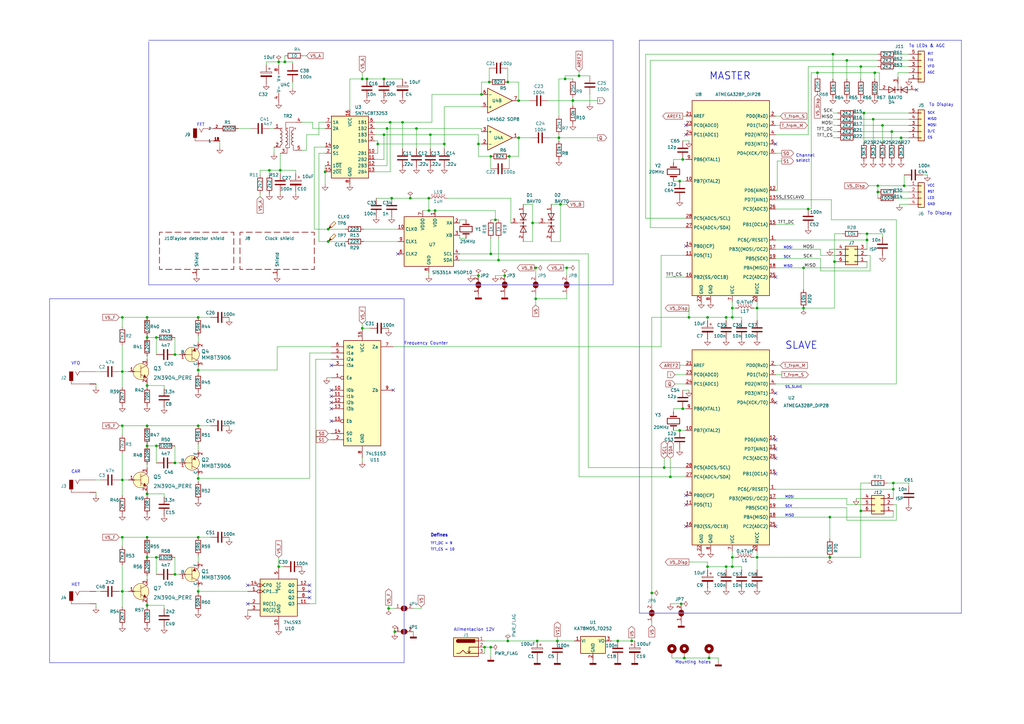
<source format=kicad_sch>
(kicad_sch (version 20230121) (generator eeschema)
  (paper "A3")
  (title_block (title "Display TS-520") (date "2023-08-06") (rev "1.0") (comment 1 "Pere López EA3AGK"))
  (junction (at 175.895 81.28))
  (junction (at 355.6 95.885))
  (junction (at 300.355 228.6))
  (junction (at 290.195 232.41))
  (junction (at 341.63 22.225))
  (junction (at 280.67 269.875))
  (junction (at 60.325 174.625))
  (junction (at 50.165 130.175))
  (junction (at 290.195 130.175))
  (junction (at 60.325 248.285))
  (junction (at 361.95 51.435))
  (junction (at 160.655 81.28))
  (junction (at 148.59 32.385))
  (junction (at 81.28 196.215))
  (junction (at 201.295 104.14))
  (junction (at 282.575 130.175))
  (junction (at 207.01 113.03))
  (junction (at 340.36 212.09))
  (junction (at 196.215 59.055))
  (junction (at 208.915 64.135))
  (junction (at 360.045 78.74))
  (junction (at 259.08 262.89))
  (junction (at 81.28 174.625))
  (junction (at 175.895 86.36))
  (junction (at 279.4 247.65))
  (junction (at 297.815 232.41))
  (junction (at 212.725 56.515))
  (junction (at 278.765 74.295))
  (junction (at 220.345 262.89))
  (junction (at 231.775 32.385))
  (junction (at 133.35 70.485))
  (junction (at 50.165 196.85))
  (junction (at 71.755 235.585))
  (junction (at 114.3 25.4))
  (junction (at 150.495 32.385))
  (junction (at 347.345 24.765))
  (junction (at 170.815 52.705))
  (junction (at 300.355 130.175))
  (junction (at 64.135 228.6))
  (junction (at 300.355 232.41))
  (junction (at 50.165 220.345))
  (junction (at 310.515 228.6))
  (junction (at 60.325 202.565))
  (junction (at 198.755 265.43))
  (junction (at 219.71 122.555))
  (junction (at 354.33 46.355))
  (junction (at 148.59 134.62))
  (junction (at 360.045 76.2))
  (junction (at 234.95 41.275))
  (junction (at 335.28 29.845))
  (junction (at 208.28 262.89))
  (junction (at 310.515 126.365))
  (junction (at 60.325 138.43))
  (junction (at 161.925 259.08))
  (junction (at 219.71 109.855))
  (junction (at 81.28 130.175))
  (junction (at 50.165 174.625))
  (junction (at 71.755 145.415))
  (junction (at 60.325 158.115))
  (junction (at 158.75 52.705))
  (junction (at 81.28 220.345))
  (junction (at 300.355 126.365))
  (junction (at 134.62 93.98))
  (junction (at 353.06 27.305))
  (junction (at 50.165 152.4))
  (junction (at 81.28 242.57))
  (junction (at 358.14 48.895))
  (junction (at 200.66 33.655))
  (junction (at 197.485 38.735))
  (junction (at 203.2 90.17))
  (junction (at 50.165 242.57))
  (junction (at 280.035 65.405))
  (junction (at 196.215 113.03))
  (junction (at 366.395 200.66))
  (junction (at 274.955 195.58))
  (junction (at 353.06 209.55))
  (junction (at 60.325 220.345))
  (junction (at 370.84 76.2))
  (junction (at 64.135 138.43))
  (junction (at 160.02 50.165))
  (junction (at 366.395 198.12))
  (junction (at 134.62 99.06))
  (junction (at 154.94 59.055))
  (junction (at 358.775 29.845))
  (junction (at 64.135 182.88))
  (junction (at 60.325 228.6))
  (junction (at 157.48 32.385))
  (junction (at 329.565 109.855))
  (junction (at 176.53 55.245))
  (junction (at 267.335 243.205))
  (junction (at 342.265 107.315))
  (junction (at 355.6 98.425))
  (junction (at 229.87 83.82))
  (junction (at 159.385 249.555))
  (junction (at 168.275 81.28))
  (junction (at 218.44 91.44))
  (junction (at 229.235 56.515))
  (junction (at 60.325 130.175))
  (junction (at 297.815 130.175))
  (junction (at 116.84 25.4))
  (junction (at 369.57 56.515))
  (junction (at 232.41 109.855))
  (junction (at 178.435 86.36))
  (junction (at 365.76 53.975))
  (junction (at 331.47 85.725))
  (junction (at 280.035 167.64))
  (junction (at 340.36 228.6))
  (junction (at 182.245 59.055))
  (junction (at 278.765 176.53))
  (junction (at 110.49 69.85))
  (junction (at 272.415 191.77))
  (junction (at 290.83 269.875))
  (junction (at 114.935 69.85))
  (junction (at 208.28 33.655))
  (junction (at 228.6 262.89))
  (junction (at 157.48 55.245))
  (junction (at 201.295 265.43))
  (junction (at 201.295 64.135))
  (junction (at 81.28 151.765))
  (junction (at 165.1 50.165))
  (junction (at 60.325 182.88))
  (junction (at 114.3 232.41))
  (junction (at 71.755 189.865))
  (junction (at 212.725 41.275))
  (junction (at 237.49 31.115))
  (junction (at 204.47 106.68))
  (junction (at 329.565 126.365))
  (junction (at 253.365 262.89))
  (no_connect (at 135.89 162.56))
  (no_connect (at -22.225 232.41))
  (no_connect (at 101.6 240.03))
  (no_connect (at 281.305 203.2))
  (no_connect (at 281.305 51.435))
  (no_connect (at 281.305 100.965))
  (no_connect (at 135.89 160.02))
  (no_connect (at 318.135 165.1))
  (no_connect (at 318.135 194.31))
  (no_connect (at 163.195 104.14))
  (no_connect (at 135.89 167.64))
  (no_connect (at 318.135 113.665))
  (no_connect (at 161.29 160.02))
  (no_connect (at 127 242.57))
  (no_connect (at 101.6 247.65))
  (no_connect (at 318.135 161.29))
  (no_connect (at 318.135 59.055))
  (no_connect (at 135.89 165.1))
  (no_connect (at 127 240.03))
  (no_connect (at 375.92 36.83))
  (no_connect (at 318.135 184.15))
  (no_connect (at 318.135 180.34))
  (no_connect (at 318.135 215.9))
  (no_connect (at 281.305 55.245))
  (no_connect (at 281.305 207.01))
  (no_connect (at 127 245.11))
  (no_connect (at 135.89 149.86))
  (no_connect (at 318.135 187.96))
  (no_connect (at 135.89 172.72))
  (no_connect (at 281.305 215.9))
  (wire (pts (xy 280.035 167.64) (xy 281.305 167.64)))
  (wire (pts (xy 300.355 226.06) (xy 300.355 228.6)))
  (wire (pts (xy 300.355 228.6) (xy 301.625 228.6)))
  (polyline (pts (xy 165.735 122.555) (xy 165.735 271.78)))
  (wire (pts (xy 109.22 25.4) (xy 114.3 25.4)))
  (wire (pts (xy 237.49 195.58) (xy 237.49 106.68)))
  (wire (pts (xy 148.59 187.96) (xy 148.59 189.23)))
  (wire (pts (xy 341.63 48.895) (xy 343.535 48.895)))
  (wire (pts (xy 214.63 99.06) (xy 218.44 99.06)))
  (wire (pts (xy 368.3 31.75) (xy 368.3 29.845)))
  (wire (pts (xy 153.67 67.945) (xy 158.75 67.945)))
  (wire (pts (xy 272.415 187.96) (xy 272.415 191.77)))
  (wire (pts (xy 318.135 98.425) (xy 355.6 98.425)))
  (wire (pts (xy 272.415 191.77) (xy 281.305 191.77)))
  (wire (pts (xy 170.815 52.705) (xy 170.815 60.96)))
  (wire (pts (xy 342.265 95.885) (xy 342.265 107.315)))
  (wire (pts (xy 341.63 51.435) (xy 343.535 51.435)))
  (wire (pts (xy 276.225 176.53) (xy 278.765 176.53)))
  (wire (pts (xy 282.575 130.175) (xy 290.195 130.175)))
  (wire (pts (xy 161.925 259.715) (xy 161.925 259.08)))
  (wire (pts (xy 347.345 24.765) (xy 347.345 32.385)))
  (wire (pts (xy 208.28 27.94) (xy 208.28 33.655)))
  (wire (pts (xy 318.135 81.915) (xy 340.995 81.915)))
  (wire (pts (xy 196.215 55.245) (xy 196.215 59.055)))
  (wire (pts (xy 276.86 153.67) (xy 281.305 153.67)))
  (wire (pts (xy 228.6 260.985) (xy 228.6 262.89)))
  (wire (pts (xy 176.53 55.245) (xy 196.215 55.245)))
  (wire (pts (xy 149.225 93.98) (xy 163.195 93.98)))
  (wire (pts (xy 309.245 228.6) (xy 310.515 228.6)))
  (wire (pts (xy 165.1 50.165) (xy 165.1 60.96)))
  (wire (pts (xy 353.06 27.305) (xy 353.06 32.385)))
  (wire (pts (xy 250.825 262.89) (xy 253.365 262.89)))
  (wire (pts (xy 353.06 209.55) (xy 353.695 209.55)))
  (wire (pts (xy 361.95 97.155) (xy 361.95 95.885)))
  (wire (pts (xy 128.27 50.165) (xy 128.27 52.705)))
  (wire (pts (xy 318.135 47.625) (xy 320.04 47.625)))
  (wire (pts (xy 39.37 157.48) (xy 39.37 158.75)))
  (wire (pts (xy 304.165 232.41) (xy 304.165 233.68)))
  (wire (pts (xy 71.755 145.415) (xy 73.66 145.415)))
  (wire (pts (xy 367.665 90.17) (xy 340.995 90.17)))
  (wire (pts (xy 219.71 109.855) (xy 219.71 113.03)))
  (wire (pts (xy 358.775 29.845) (xy 335.28 29.845)))
  (wire (pts (xy 175.895 86.36) (xy 178.435 86.36)))
  (wire (pts (xy 198.755 262.89) (xy 208.28 262.89)))
  (wire (pts (xy 114.3 25.4) (xy 116.84 25.4)))
  (wire (pts (xy 360.045 22.225) (xy 341.63 22.225)))
  (wire (pts (xy 201.295 265.43) (xy 198.755 265.43)))
  (wire (pts (xy 81.28 151.765) (xy 81.28 153.035)))
  (wire (pts (xy 50.165 152.4) (xy 52.705 152.4)))
  (wire (pts (xy 123.825 50.165) (xy 128.27 50.165)))
  (wire (pts (xy 360.045 24.765) (xy 347.345 24.765)))
  (wire (pts (xy 39.37 196.85) (xy 41.275 196.85)))
  (wire (pts (xy 106.68 69.85) (xy 110.49 69.85)))
  (wire (pts (xy 143.51 32.385) (xy 143.51 45.085)))
  (wire (pts (xy 329.565 109.855) (xy 329.565 118.745)))
  (wire (pts (xy 60.325 248.285) (xy 60.325 248.92)))
  (polyline (pts (xy 251.46 16.51) (xy 251.46 116.84)))
  (wire (pts (xy 356.87 111.125) (xy 356.87 104.775)))
  (wire (pts (xy 182.245 43.815) (xy 182.245 59.055)))
  (wire (pts (xy 101.6 250.19) (xy 101.6 251.46)))
  (wire (pts (xy 354.33 46.355) (xy 372.745 46.355)))
  (wire (pts (xy 372.745 199.39) (xy 372.745 198.12)))
  (wire (pts (xy 318.135 106.045) (xy 336.55 106.045)))
  (wire (pts (xy 196.215 59.055) (xy 197.485 59.055)))
  (wire (pts (xy 234.95 41.275) (xy 245.11 41.275)))
  (wire (pts (xy 165.1 50.165) (xy 177.165 50.165)))
  (wire (pts (xy 81.28 150.495) (xy 81.28 151.765)))
  (wire (pts (xy 276.225 65.405) (xy 280.035 65.405)))
  (wire (pts (xy 134.62 93.98) (xy 128.905 93.98)))
  (wire (pts (xy 60.325 157.48) (xy 60.325 158.115)))
  (wire (pts (xy 340.995 90.17) (xy 340.995 81.915)))
  (wire (pts (xy 274.955 187.96) (xy 274.955 195.58)))
  (wire (pts (xy 318.135 149.86) (xy 320.04 149.86)))
  (wire (pts (xy 133.985 154.94) (xy 135.89 154.94)))
  (wire (pts (xy 318.135 153.67) (xy 320.675 153.67)))
  (wire (pts (xy 368.3 29.845) (xy 372.745 29.845)))
  (wire (pts (xy 60.325 137.795) (xy 60.325 138.43)))
  (wire (pts (xy 226.06 99.06) (xy 229.87 99.06)))
  (wire (pts (xy 231.775 32.385) (xy 234.95 32.385)))
  (wire (pts (xy 361.95 51.435) (xy 372.745 51.435)))
  (wire (pts (xy 340.36 212.09) (xy 340.36 220.98)))
  (wire (pts (xy 214.63 83.82) (xy 218.44 83.82)))
  (wire (pts (xy 281.305 93.345) (xy 266.7 93.345)))
  (wire (pts (xy 229.235 56.515) (xy 229.235 57.785)))
  (wire (pts (xy 130.81 50.165) (xy 133.35 50.165)))
  (wire (pts (xy 50.165 196.85) (xy 52.705 196.85)))
  (wire (pts (xy 366.395 200.66) (xy 366.395 204.47)))
  (wire (pts (xy 358.14 48.895) (xy 358.14 58.42)))
  (wire (pts (xy 173.355 86.36) (xy 175.895 86.36)))
  (wire (pts (xy 81.28 194.945) (xy 81.28 196.215)))
  (wire (pts (xy 229.235 56.515) (xy 245.11 56.515)))
  (wire (pts (xy 168.275 81.28) (xy 175.895 81.28)))
  (wire (pts (xy 90.17 57.785) (xy 90.17 60.325)))
  (wire (pts (xy 60.325 247.65) (xy 60.325 248.285)))
  (wire (pts (xy 318.77 78.105) (xy 318.135 78.105)))
  (wire (pts (xy 50.165 242.57) (xy 52.705 242.57)))
  (wire (pts (xy 367.665 213.36) (xy 367.665 207.01)))
  (wire (pts (xy 367.665 78.74) (xy 372.745 78.74)))
  (wire (pts (xy 160.02 50.165) (xy 160.02 70.485)))
  (wire (pts (xy 48.895 242.57) (xy 50.165 242.57)))
  (wire (pts (xy 266.7 24.765) (xy 347.345 24.765)))
  (wire (pts (xy 335.28 29.845) (xy 332.74 29.845)))
  (wire (pts (xy 158.75 52.705) (xy 170.815 52.705)))
  (wire (pts (xy 367.665 22.225) (xy 372.745 22.225)))
  (wire (pts (xy 341.63 56.515) (xy 343.535 56.515)))
  (wire (pts (xy 130.81 62.865) (xy 130.81 99.06)))
  (wire (pts (xy 276.225 167.64) (xy 280.035 167.64)))
  (wire (pts (xy 234.95 41.275) (xy 234.95 43.18)))
  (wire (pts (xy 318.135 212.09) (xy 340.36 212.09)))
  (wire (pts (xy 351.155 56.515) (xy 369.57 56.515)))
  (wire (pts (xy 148.59 134.62) (xy 151.765 134.62)))
  (wire (pts (xy 232.41 120.65) (xy 232.41 122.555)))
  (wire (pts (xy 366.395 198.12) (xy 366.395 200.66)))
  (wire (pts (xy 304.165 130.175) (xy 304.165 131.445)))
  (wire (pts (xy 297.815 130.175) (xy 297.815 131.445)))
  (wire (pts (xy 300.355 228.6) (xy 300.355 232.41)))
  (polyline (pts (xy 251.46 116.84) (xy 60.96 116.84)))
  (wire (pts (xy 229.87 83.82) (xy 232.41 83.82)))
  (wire (pts (xy 120.015 36.195) (xy 120.015 33.655)))
  (wire (pts (xy 60.325 146.05) (xy 60.325 147.32)))
  (wire (pts (xy 153.67 52.705) (xy 158.75 52.705)))
  (wire (pts (xy 367.665 157.48) (xy 318.135 157.48)))
  (wire (pts (xy 149.225 99.06) (xy 163.195 99.06)))
  (wire (pts (xy 276.225 168.91) (xy 276.225 167.64)))
  (wire (pts (xy 39.37 152.4) (xy 41.275 152.4)))
  (wire (pts (xy 280.035 47.625) (xy 281.305 47.625)))
  (wire (pts (xy 121.285 78.74) (xy 121.285 79.375)))
  (wire (pts (xy 197.485 52.705) (xy 197.485 53.975)))
  (polyline (pts (xy 262.255 16.51) (xy 394.335 16.51)))
  (wire (pts (xy 60.325 190.5) (xy 60.325 191.77)))
  (wire (pts (xy 290.195 230.505) (xy 290.195 232.41)))
  (wire (pts (xy 208.28 33.655) (xy 212.725 33.655)))
  (wire (pts (xy 114.3 232.41) (xy 116.205 232.41)))
  (wire (pts (xy 280.67 269.875) (xy 290.83 269.875)))
  (wire (pts (xy 358.775 29.845) (xy 358.775 32.385)))
  (wire (pts (xy 120.015 25.4) (xy 120.015 26.035)))
  (wire (pts (xy 106.68 71.755) (xy 106.68 69.85)))
  (wire (pts (xy 367.665 81.28) (xy 372.745 81.28)))
  (wire (pts (xy 218.44 91.44) (xy 220.98 91.44)))
  (wire (pts (xy 159.385 249.555) (xy 159.385 248.285)))
  (wire (pts (xy 360.68 29.845) (xy 360.68 36.83)))
  (wire (pts (xy 300.355 130.175) (xy 304.165 130.175)))
  (wire (pts (xy 114.935 79.375) (xy 114.935 78.74)))
  (wire (pts (xy 351.155 53.975) (xy 365.76 53.975)))
  (wire (pts (xy 208.28 262.89) (xy 220.345 262.89)))
  (wire (pts (xy 335.28 29.845) (xy 335.28 31.115)))
  (wire (pts (xy 39.37 242.57) (xy 41.275 242.57)))
  (wire (pts (xy 356.87 104.775) (xy 355.6 104.775)))
  (wire (pts (xy 310.515 228.6) (xy 340.36 228.6)))
  (wire (pts (xy 341.63 22.225) (xy 341.63 32.385)))
  (wire (pts (xy 208.915 64.135) (xy 212.725 64.135)))
  (wire (pts (xy 264.795 22.225) (xy 341.63 22.225)))
  (wire (pts (xy 367.665 207.01) (xy 366.395 207.01)))
  (wire (pts (xy 170.815 52.705) (xy 197.485 52.705)))
  (wire (pts (xy 340.36 102.235) (xy 342.9 102.235)))
  (wire (pts (xy 93.98 130.175) (xy 93.98 130.81)))
  (wire (pts (xy 266.7 93.345) (xy 266.7 24.765)))
  (wire (pts (xy 154.94 59.055) (xy 154.94 62.865)))
  (wire (pts (xy 231.775 31.115) (xy 231.775 32.385)))
  (wire (pts (xy 318.135 92.075) (xy 325.755 92.075)))
  (wire (pts (xy 200.66 27.94) (xy 200.66 33.655)))
  (wire (pts (xy 64.135 182.88) (xy 64.135 189.865)))
  (wire (pts (xy 60.325 236.22) (xy 60.325 237.49)))
  (wire (pts (xy 48.895 130.175) (xy 50.165 130.175)))
  (wire (pts (xy 272.415 191.77) (xy 241.3 191.77)))
  (wire (pts (xy 39.37 247.65) (xy 39.37 248.92)))
  (wire (pts (xy 341.63 53.975) (xy 343.535 53.975)))
  (wire (pts (xy 50.165 248.92) (xy 50.165 242.57)))
  (wire (pts (xy 124.46 22.86) (xy 125.73 22.86)))
  (wire (pts (xy 60.325 227.965) (xy 60.325 228.6)))
  (wire (pts (xy 113.665 142.24) (xy 135.89 142.24)))
  (wire (pts (xy 355.6 95.885) (xy 355.6 98.425)))
  (wire (pts (xy 218.44 83.82) (xy 218.44 91.44)))
  (wire (pts (xy 370.84 76.2) (xy 372.745 76.2)))
  (wire (pts (xy 282.575 126.365) (xy 282.575 130.175)))
  (wire (pts (xy 50.165 141.605) (xy 50.165 152.4)))
  (wire (pts (xy 176.53 55.245) (xy 176.53 60.96)))
  (wire (pts (xy 267.335 243.205) (xy 267.335 247.65)))
  (wire (pts (xy 153.67 65.405) (xy 157.48 65.405)))
  (wire (pts (xy 60.325 201.93) (xy 60.325 202.565)))
  (wire (pts (xy 81.28 196.215) (xy 127 196.215)))
  (wire (pts (xy 366.395 212.09) (xy 366.395 209.55)))
  (wire (pts (xy 353.06 198.12) (xy 356.235 198.12)))
  (wire (pts (xy 201.295 265.43) (xy 201.295 269.24)))
  (wire (pts (xy 273.05 113.665) (xy 281.305 113.665)))
  (wire (pts (xy 158.75 52.705) (xy 158.75 67.945)))
  (wire (pts (xy 342.265 126.365) (xy 342.265 107.315)))
  (wire (pts (xy 50.165 130.175) (xy 60.325 130.175)))
  (wire (pts (xy 153.67 50.165) (xy 160.02 50.165)))
  (polyline (pts (xy 262.255 251.46) (xy 394.335 251.46)))
  (wire (pts (xy 318.135 204.47) (xy 347.345 204.47)))
  (wire (pts (xy 175.895 111.76) (xy 175.895 113.03)))
  (polyline (pts (xy 60.96 16.51) (xy 251.46 16.51)))
  (wire (pts (xy 309.245 126.365) (xy 310.515 126.365)))
  (wire (pts (xy 67.31 248.285) (xy 60.325 248.285)))
  (wire (pts (xy 370.84 71.755) (xy 370.84 76.2)))
  (wire (pts (xy 267.335 130.175) (xy 267.335 243.205)))
  (wire (pts (xy 71.755 138.43) (xy 71.755 145.415)))
  (wire (pts (xy 264.795 89.535) (xy 264.795 22.225)))
  (wire (pts (xy 212.725 33.655) (xy 212.725 41.275)))
  (wire (pts (xy 127 144.78) (xy 135.89 144.78)))
  (wire (pts (xy 133.35 67.945) (xy 133.35 70.485)))
  (wire (pts (xy 50.165 133.985) (xy 50.165 130.175)))
  (wire (pts (xy 50.165 224.155) (xy 50.165 220.345)))
  (wire (pts (xy 114.3 228.6) (xy 114.3 232.41)))
  (wire (pts (xy 110.49 69.85) (xy 114.935 69.85)))
  (wire (pts (xy 220.345 262.89) (xy 228.6 262.89)))
  (wire (pts (xy 106.68 80.645) (xy 106.68 79.375)))
  (polyline (pts (xy 262.255 16.51) (xy 262.255 251.46)))
  (wire (pts (xy 60.325 182.245) (xy 60.325 182.88)))
  (wire (pts (xy 368.935 83.82) (xy 372.745 83.82)))
  (wire (pts (xy 351.155 48.895) (xy 358.14 48.895)))
  (wire (pts (xy 297.815 232.41) (xy 297.815 233.68)))
  (wire (pts (xy 297.815 232.41) (xy 300.355 232.41)))
  (wire (pts (xy 226.06 83.82) (xy 229.87 83.82)))
  (wire (pts (xy 259.08 262.89) (xy 260.35 262.89)))
  (wire (pts (xy 203.2 90.17) (xy 203.2 86.36)))
  (wire (pts (xy 127 247.65) (xy 129.54 247.65)))
  (wire (pts (xy 93.98 174.625) (xy 93.98 175.26)))
  (wire (pts (xy 71.755 235.585) (xy 73.66 235.585)))
  (wire (pts (xy 366.395 198.12) (xy 372.745 198.12)))
  (wire (pts (xy 197.485 33.655) (xy 197.485 38.735)))
  (wire (pts (xy 358.14 48.895) (xy 372.745 48.895)))
  (wire (pts (xy 50.165 158.75) (xy 50.165 152.4)))
  (polyline (pts (xy 60.96 17.145) (xy 60.96 116.84)))
  (wire (pts (xy 110.49 52.705) (xy 112.395 52.705)))
  (wire (pts (xy 48.895 152.4) (xy 50.165 152.4)))
  (wire (pts (xy 219.71 122.555) (xy 219.71 125.095)))
  (wire (pts (xy 183.515 81.28) (xy 209.55 81.28)))
  (wire (pts (xy 278.765 176.53) (xy 281.305 176.53)))
  (wire (pts (xy 201.295 90.17) (xy 203.2 90.17)))
  (wire (pts (xy 232.41 109.855) (xy 231.14 109.855)))
  (wire (pts (xy 182.245 59.055) (xy 182.245 60.96)))
  (wire (pts (xy 134.62 180.34) (xy 135.89 180.34)))
  (wire (pts (xy 237.49 29.21) (xy 237.49 31.115)))
  (wire (pts (xy 154.94 59.055) (xy 182.245 59.055)))
  (wire (pts (xy 241.935 42.545) (xy 241.935 38.735)))
  (wire (pts (xy 161.925 249.555) (xy 159.385 249.555)))
  (wire (pts (xy 329.565 109.855) (xy 355.6 109.855)))
  (wire (pts (xy 60.325 138.43) (xy 64.135 138.43)))
  (wire (pts (xy 67.31 202.565) (xy 60.325 202.565)))
  (wire (pts (xy 347.345 204.47) (xy 347.345 207.01)))
  (wire (pts (xy 60.325 228.6) (xy 64.135 228.6)))
  (wire (pts (xy 60.325 158.115) (xy 60.325 158.75)))
  (wire (pts (xy 157.48 32.385) (xy 165.1 32.385)))
  (wire (pts (xy 191.135 97.79) (xy 188.595 97.79)))
  (polyline (pts (xy 394.335 16.51) (xy 394.335 251.46)))
  (wire (pts (xy 271.145 104.775) (xy 281.305 104.775)))
  (wire (pts (xy 331.47 55.245) (xy 318.135 55.245)))
  (wire (pts (xy 153.67 55.245) (xy 157.48 55.245)))
  (wire (pts (xy 318.135 109.855) (xy 329.565 109.855)))
  (wire (pts (xy 188.595 90.17) (xy 188.595 91.44)))
  (wire (pts (xy 129.54 147.32) (xy 129.54 247.65)))
  (wire (pts (xy 172.72 249.555) (xy 172.72 248.92)))
  (wire (pts (xy 332.74 85.725) (xy 331.47 85.725)))
  (wire (pts (xy 130.81 62.865) (xy 133.35 62.865)))
  (wire (pts (xy 50.165 178.435) (xy 50.165 174.625)))
  (wire (pts (xy 271.145 142.24) (xy 271.145 104.775)))
  (polyline (pts (xy 20.32 122.555) (xy 165.735 122.555)))
  (wire (pts (xy 188.595 96.52) (xy 188.595 97.79)))
  (wire (pts (xy 67.31 158.115) (xy 60.325 158.115)))
  (wire (pts (xy 81.28 182.245) (xy 81.28 184.785)))
  (wire (pts (xy 332.74 29.845) (xy 332.74 85.725)))
  (wire (pts (xy 175.895 81.28) (xy 175.895 86.36)))
  (wire (pts (xy 318.135 62.865) (xy 320.675 62.865)))
  (wire (pts (xy 229.87 99.06) (xy 229.87 83.82)))
  (wire (pts (xy 281.305 89.535) (xy 264.795 89.535)))
  (wire (pts (xy 110.49 69.85) (xy 110.49 71.755)))
  (wire (pts (xy 367.665 157.48) (xy 367.665 90.17)))
  (wire (pts (xy 278.765 74.295) (xy 281.305 74.295)))
  (wire (pts (xy 114.935 62.865) (xy 114.935 69.85)))
  (wire (pts (xy 353.06 27.305) (xy 331.47 27.305)))
  (wire (pts (xy 134.62 177.8) (xy 135.89 177.8)))
  (wire (pts (xy 297.815 130.175) (xy 300.355 130.175)))
  (wire (pts (xy 200.66 33.655) (xy 197.485 33.655)))
  (wire (pts (xy 177.165 38.735) (xy 197.485 38.735)))
  (wire (pts (xy 81.28 242.57) (xy 101.6 242.57)))
  (polyline (pts (xy 165.735 271.78) (xy 20.32 271.78)))
  (wire (pts (xy 355.6 109.855) (xy 355.6 107.315)))
  (wire (pts (xy 310.515 126.365) (xy 329.565 126.365)))
  (wire (pts (xy 294.64 271.145) (xy 294.64 269.875)))
  (wire (pts (xy 231.775 31.115) (xy 237.49 31.115)))
  (wire (pts (xy 351.155 51.435) (xy 361.95 51.435)))
  (wire (pts (xy 318.135 51.435) (xy 320.04 51.435)))
  (wire (pts (xy 112.395 60.325) (xy 112.395 62.865)))
  (wire (pts (xy 212.725 56.515) (xy 217.805 56.515)))
  (wire (pts (xy 81.28 242.57) (xy 81.28 243.205)))
  (wire (pts (xy 67.31 249.555) (xy 67.31 248.285)))
  (wire (pts (xy 342.265 107.315) (xy 342.9 107.315)))
  (wire (pts (xy 280.035 57.785) (xy 282.575 57.785)))
  (wire (pts (xy 290.195 232.41) (xy 290.195 233.68)))
  (wire (pts (xy 81.28 196.215) (xy 81.28 197.485)))
  (wire (pts (xy 300.355 232.41) (xy 304.165 232.41)))
  (wire (pts (xy 127 144.78) (xy 127 196.215)))
  (wire (pts (xy 157.48 55.245) (xy 157.48 65.405)))
  (wire (pts (xy 369.57 56.515) (xy 369.57 58.42)))
  (wire (pts (xy 48.895 174.625) (xy 50.165 174.625)))
  (wire (pts (xy 153.67 57.785) (xy 154.94 57.785)))
  (wire (pts (xy 201.295 97.79) (xy 201.295 104.14)))
  (wire (pts (xy 123.825 61.595) (xy 125.73 61.595)))
  (wire (pts (xy 81.28 227.965) (xy 81.28 230.505)))
  (wire (pts (xy 154.94 57.785) (xy 154.94 59.055)))
  (wire (pts (xy 159.385 134.62) (xy 159.385 135.255)))
  (wire (pts (xy 274.955 247.65) (xy 279.4 247.65)))
  (wire (pts (xy 367.665 27.305) (xy 372.745 27.305)))
  (wire (pts (xy 50.165 220.345) (xy 60.325 220.345)))
  (wire (pts (xy 157.48 55.245) (xy 176.53 55.245)))
  (wire (pts (xy 116.84 25.4) (xy 120.015 25.4)))
  (wire (pts (xy 228.6 262.89) (xy 235.585 262.89)))
  (wire (pts (xy 209.55 91.44) (xy 209.55 81.28)))
  (wire (pts (xy 318.135 200.66) (xy 366.395 200.66)))
  (wire (pts (xy 81.28 151.765) (xy 113.665 151.765)))
  (wire (pts (xy 233.045 109.855) (xy 232.41 109.855)))
  (wire (pts (xy 50.165 174.625) (xy 60.325 174.625)))
  (wire (pts (xy 340.36 212.09) (xy 366.395 212.09)))
  (wire (pts (xy 196.215 59.055) (xy 196.215 64.135)))
  (wire (pts (xy 154.305 81.28) (xy 160.655 81.28)))
  (wire (pts (xy 148.59 132.715) (xy 148.59 134.62)))
  (wire (pts (xy 353.06 95.885) (xy 355.6 95.885)))
  (wire (pts (xy 310.515 228.6) (xy 310.515 226.06)))
  (wire (pts (xy 275.59 269.875) (xy 280.67 269.875)))
  (wire (pts (xy 342.265 95.885) (xy 345.44 95.885)))
  (wire (pts (xy 128.27 52.705) (xy 133.35 52.705)))
  (wire (pts (xy 276.225 66.675) (xy 276.225 65.405)))
  (wire (pts (xy 48.895 196.85) (xy 50.165 196.85)))
  (wire (pts (xy 161.29 142.24) (xy 271.145 142.24)))
  (wire (pts (xy 188.595 106.68) (xy 204.47 106.68)))
  (wire (pts (xy 67.31 203.835) (xy 67.31 202.565)))
  (wire (pts (xy 153.67 62.865) (xy 154.94 62.865)))
  (wire (pts (xy 329.565 126.365) (xy 342.265 126.365)))
  (wire (pts (xy 133.35 70.485) (xy 133.35 75.565)))
  (wire (pts (xy 336.55 102.235) (xy 336.55 104.775)))
  (wire (pts (xy 229.235 55.245) (xy 229.235 56.515)))
  (wire (pts (xy 113.665 142.24) (xy 113.665 151.765)))
  (wire (pts (xy 367.665 24.765) (xy 372.745 24.765)))
  (wire (pts (xy 290.195 130.175) (xy 297.815 130.175)))
  (wire (pts (xy 193.04 113.03) (xy 196.215 113.03)))
  (wire (pts (xy 310.515 228.6) (xy 310.515 233.68)))
  (wire (pts (xy 360.045 76.2) (xy 360.045 78.74)))
  (wire (pts (xy 259.08 261.62) (xy 259.08 262.89)))
  (wire (pts (xy 290.83 269.875) (xy 294.64 269.875)))
  (wire (pts (xy 48.895 220.345) (xy 50.165 220.345)))
  (wire (pts (xy 177.165 38.735) (xy 177.165 50.165)))
  (wire (pts (xy 39.37 201.93) (xy 39.37 203.2)))
  (wire (pts (xy 67.31 159.385) (xy 67.31 158.115)))
  (wire (pts (xy 290.195 232.41) (xy 297.815 232.41)))
  (wire (pts (xy 109.22 26.67) (xy 109.22 25.4)))
  (wire (pts (xy 169.545 249.555) (xy 172.72 249.555)))
  (wire (pts (xy 212.725 56.515) (xy 212.725 64.135)))
  (wire (pts (xy 280.035 160.02) (xy 282.575 160.02)))
  (wire (pts (xy 363.855 198.12) (xy 366.395 198.12)))
  (wire (pts (xy 125.73 61.595) (xy 125.73 55.245)))
  (wire (pts (xy 274.955 195.58) (xy 281.305 195.58)))
  (wire (pts (xy 182.245 43.815) (xy 197.485 43.815)))
  (wire (pts (xy 225.425 56.515) (xy 229.235 56.515)))
  (wire (pts (xy 81.28 240.665) (xy 81.28 242.57)))
  (wire (pts (xy 60.325 174.625) (xy 81.28 174.625)))
  (wire (pts (xy 355.6 98.425) (xy 355.6 102.235)))
  (wire (pts (xy 336.55 106.045) (xy 336.55 111.125)))
  (wire (pts (xy 134.62 93.98) (xy 141.605 93.98)))
  (wire (pts (xy 234.95 40.005) (xy 234.95 41.275)))
  (wire (pts (xy 160.655 81.28) (xy 168.275 81.28)))
  (wire (pts (xy 60.325 202.565) (xy 60.325 203.2)))
  (wire (pts (xy 50.165 203.2) (xy 50.165 196.85)))
  (wire (pts (xy 361.95 51.435) (xy 361.95 58.42)))
  (wire (pts (xy 310.515 126.365) (xy 310.515 123.825)))
  (wire (pts (xy 71.755 228.6) (xy 71.755 235.585)))
  (wire (pts (xy 354.33 46.355) (xy 354.33 58.42)))
  (wire (pts (xy 50.165 186.055) (xy 50.165 196.85)))
  (wire (pts (xy 318.135 208.28) (xy 347.345 208.28)))
  (wire (pts (xy 204.47 97.79) (xy 204.47 106.68)))
  (wire (pts (xy 237.49 31.115) (xy 241.935 31.115)))
  (wire (pts (xy 365.76 53.975) (xy 372.745 53.975)))
  (wire (pts (xy 134.62 99.06) (xy 130.81 99.06)))
  (wire (pts (xy 356.235 76.2) (xy 360.045 76.2)))
  (wire (pts (xy 178.435 86.36) (xy 203.2 86.36)))
  (wire (pts (xy 241.3 191.77) (xy 241.3 104.14)))
  (wire (pts (xy 351.155 204.47) (xy 353.695 204.47)))
  (wire (pts (xy 224.79 41.275) (xy 234.95 41.275)))
  (wire (pts (xy 318.135 85.725) (xy 331.47 85.725)))
  (wire (pts (xy 191.135 90.17) (xy 188.595 90.17)))
  (wire (pts (xy 128.905 60.325) (xy 133.35 60.325)))
  (wire (pts (xy 360.045 76.2) (xy 370.84 76.2)))
  (wire (pts (xy 365.76 53.975) (xy 365.76 58.42)))
  (wire (pts (xy 318.77 66.04) (xy 318.77 78.105)))
  (wire (pts (xy 360.045 78.74) (xy 360.045 81.28)))
  (wire (pts (xy 143.51 32.385) (xy 148.59 32.385)))
  (wire (pts (xy 196.215 64.135) (xy 201.295 64.135)))
  (wire (pts (xy 219.71 122.555) (xy 232.41 122.555)))
  (wire (pts (xy 229.235 32.385) (xy 231.775 32.385)))
  (wire (pts (xy 336.55 104.775) (xy 342.9 104.775)))
  (wire (pts (xy 64.135 138.43) (xy 64.135 145.415)))
  (wire (pts (xy 280.035 65.405) (xy 281.305 65.405)))
  (wire (pts (xy 212.725 41.275) (xy 217.17 41.275)))
  (wire (pts (xy 369.57 56.515) (xy 372.745 56.515)))
  (wire (pts (xy 188.595 104.14) (xy 201.295 104.14)))
  (wire (pts (xy 282.575 230.505) (xy 290.195 230.505)))
  (polyline (pts (xy 20.32 122.555) (xy 20.32 271.78)))
  (wire (pts (xy 229.235 47.625) (xy 229.235 32.385)))
  (wire (pts (xy 81.28 220.345) (xy 86.36 220.345)))
  (wire (pts (xy 153.67 70.485) (xy 160.02 70.485)))
  (wire (pts (xy 218.44 91.44) (xy 218.44 99.06)))
  (wire (pts (xy 320.675 66.04) (xy 318.77 66.04)))
  (wire (pts (xy 81.28 130.175) (xy 86.36 130.175)))
  (wire (pts (xy 201.295 64.135) (xy 201.295 69.215)))
  (wire (pts (xy 300.355 126.365) (xy 300.355 130.175)))
  (wire (pts (xy 130.81 55.245) (xy 130.81 50.165)))
  (wire (pts (xy 219.71 120.65) (xy 219.71 122.555)))
  (wire (pts (xy 160.02 50.165) (xy 165.1 50.165)))
  (wire (pts (xy 150.495 32.385) (xy 157.48 32.385)))
  (wire (pts (xy 81.28 174.625) (xy 86.36 174.625)))
  (wire (pts (xy 358.775 29.845) (xy 360.68 29.845)))
  (wire (pts (xy 310.515 126.365) (xy 310.515 131.445)))
  (wire (pts (xy 121.285 71.12) (xy 121.285 69.85)))
  (wire (pts (xy 360.045 27.305) (xy 353.06 27.305)))
  (wire (pts (xy 300.355 123.825) (xy 300.355 126.365)))
  (wire (pts (xy 114.935 69.85) (xy 121.285 69.85)))
  (wire (pts (xy 60.325 130.175) (xy 81.28 130.175)))
  (wire (pts (xy 169.545 259.715) (xy 169.545 259.08)))
  (wire (pts (xy 336.55 111.125) (xy 356.87 111.125)))
  (wire (pts (xy 198.755 265.43) (xy 198.755 267.97)))
  (wire (pts (xy 208.915 64.135) (xy 208.915 69.215)))
  (wire (pts (xy 232.41 109.855) (xy 232.41 113.03)))
  (wire (pts (xy 203.2 113.03) (xy 207.01 113.03)))
  (wire (pts (xy 123.825 232.41) (xy 123.825 233.045)))
  (wire (pts (xy 125.73 55.245) (xy 130.81 55.245)))
  (wire (pts (xy 60.325 182.88) (xy 64.135 182.88)))
  (wire (pts (xy 134.62 99.06) (xy 141.605 99.06)))
  (wire (pts (xy 71.755 182.88) (xy 71.755 189.865)))
  (wire (pts (xy 219.71 109.855) (xy 219.075 109.855)))
  (wire (pts (xy 203.2 90.17) (xy 204.47 90.17)))
  (wire (pts (xy 116.84 22.86) (xy 116.84 25.4)))
  (wire (pts (xy 267.335 130.175) (xy 282.575 130.175)))
  (wire (pts (xy 355.6 95.885) (xy 361.95 95.885)))
  (wire (pts (xy 331.47 27.305) (xy 331.47 55.245)))
  (wire (pts (xy 347.345 208.28) (xy 347.345 213.36)))
  (wire (pts (xy 267.335 255.27) (xy 267.335 256.54)))
  (wire (pts (xy 97.79 52.705) (xy 102.87 52.705)))
  (wire (pts (xy 71.755 189.865) (xy 73.66 189.865)))
  (wire (pts (xy 148.59 29.845) (xy 148.59 32.385)))
  (wire (pts (xy 50.165 231.775) (xy 50.165 242.57)))
  (wire (pts (xy 93.98 220.345) (xy 93.98 220.98)))
  (wire (pts (xy 378.46 71.755) (xy 380.365 71.755)))
  (wire (pts (xy 353.06 228.6) (xy 353.06 209.55)))
  (wire (pts (xy 64.135 228.6) (xy 64.135 235.585)))
  (wire (pts (xy 114.935 69.85) (xy 114.935 71.12)))
  (wire (pts (xy 274.955 195.58) (xy 237.49 195.58)))
  (wire (pts (xy 278.765 149.86) (xy 281.305 149.86)))
  (wire (pts (xy 347.345 213.36) (xy 367.665 213.36)))
  (wire (pts (xy 318.135 102.235) (xy 336.55 102.235)))
  (wire (pts (xy 253.365 262.89) (xy 259.08 262.89)))
  (wire (pts (xy 204.47 106.68) (xy 237.49 106.68)))
  (wire (pts (xy 129.54 147.32) (xy 135.89 147.32)))
  (wire (pts (xy 347.345 207.01) (xy 353.695 207.01)))
  (wire (pts (xy 148.59 32.385) (xy 150.495 32.385)))
  (wire (pts (xy 60.325 220.345) (xy 81.28 220.345)))
  (wire (pts (xy 128.905 60.325) (xy 128.905 93.98)))
  (wire (pts (xy 276.225 74.295) (xy 278.765 74.295)))
  (wire (pts (xy 341.63 46.355) (xy 343.535 46.355)))
  (wire (pts (xy 276.86 157.48) (xy 281.305 157.48)))
  (wire (pts (xy 201.295 104.14) (xy 241.3 104.14)))
  (wire (pts (xy 353.06 198.12) (xy 353.06 209.55)))
  (wire (pts (xy 114.3 25.4) (xy 114.3 26.67)))
  (wire (pts (xy 351.155 46.355) (xy 354.33 46.355)))
  (wire (pts (xy 81.28 137.795) (xy 81.28 140.335)))
  (wire (pts (xy 340.36 228.6) (xy 353.06 228.6)))
  (wire (pts (xy 300.355 126.365) (xy 301.625 126.365)))
  (wire (pts (xy 290.195 130.175) (xy 290.195 131.445)))
  (text "To Display" (at 380.365 88.265 0) (effects (font (size 1.27 1.27)) (justify left bottom)))
  (text "D/C" (at 380.365 54.61 0) (effects (font (size 1 1)) (justify left bottom)))
  (text "SCK" (at 380.365 46.99 0) (effects (font (size 1 1)) (justify left bottom)))
  (text "MOSI" (at 380.365 52.07 0) (effects (font (size 1 1)) (justify left bottom)))
  (text "Channel \nselect" (at 326.39 66.675 0) (effects (font (size 1.27 1.27)) (justify left bottom)))
  (text "CAR" (at 29.21 194.31 0) (effects (font (size 1.27 1.27)) (justify left bottom)))
  (text "To Display" (at 381 43.815 0) (effects (font (size 1.27 1.27)) (justify left bottom)))
  (text "SCK" (at 321.945 208.28 0) (effects (font (size 1 1)) (justify left bottom)))
  (text "Frequency Counter" (at 165.735 141.605 0) (effects (font (size 1.27 1.27)) (justify left bottom)))
  (text "VFO" (at 29.21 149.86 0) (effects (font (size 1.27 1.27)) (justify left bottom)))
  (text "VFO" (at 380.365 27.94 0) (effects (font (size 1 1)) (justify left bottom)))
  (text "RIT" (at 380.365 22.86 0) (effects (font (size 1 1)) (justify left bottom)))
  (text "FIX" (at 380.365 25.4 0) (effects (font (size 1 1)) (justify left bottom)))
  (text "Defines" (at 176.53 220.345 0) (effects (font (size 1.27 1.27) (thickness 0.254) bold) (justify left bottom)))
  (text "VCC" (at 380.365 76.835 0) (effects (font (size 1 1)) (justify left bottom)))
  (text "MISO" (at 321.31 109.855 0) (effects (font (size 1 1)) (justify left bottom)))
  (text "MISO" (at 321.945 212.09 0) (effects (font (size 1 1)) (justify left bottom)))
  (text "TFT_CS = 10" (at 176.53 226.06 0) (effects (font (size 1 1)) (justify left bottom)))
  (text "LED" (at 380.365 81.915 0) (effects (font (size 1 1)) (justify left bottom)))
  (text "FFT" (at 80.645 52.07 0) (effects (font (size 1.27 1.27)) (justify left bottom)))
  (text "MASTER" (at 290.83 33.02 0) (effects (font (size 3 3) (thickness 0.254) bold) (justify left bottom)))
  (text "TFT_DC = 9" (at 176.53 223.52 0) (effects (font (size 1 1)) (justify left bottom)))
  (text "GND" (at 380.365 84.455 0) (effects (font (size 1 1)) (justify left bottom)))
  (text "SLAVE" (at 321.945 143.51 0) (effects (font (size 3 3) (thickness 0.254) bold) (justify left bottom)))
  (text "CS" (at 380.365 57.15 0) (effects (font (size 1 1)) (justify left bottom)))
  (text "HET" (at 29.21 240.665 0) (effects (font (size 1.27 1.27)) (justify left bottom)))
  (text "Alimentacion 12V" (at 186.055 259.08 0) (effects (font (size 1.27 1.27)) (justify left bottom)))
  (text "SCK" (at 321.31 106.045 0) (effects (font (size 1 1)) (justify left bottom)))
  (text "AGC" (at 380.365 30.48 0) (effects (font (size 1 1)) (justify left bottom)))
  (text "SS_SLAVE" (at 321.945 159.385 0) (effects (font (size 1 1)) (justify left bottom)))
  (text "MOSI" (at 321.31 102.235 0) (effects (font (size 1 1)) (justify left bottom)))
  (text "MISO" (at 380.365 49.53 0) (effects (font (size 1 1)) (justify left bottom)))
  (text "Mounting holes" (at 276.86 272.415 0) (effects (font (size 1.27 1.27)) (justify left bottom)))
  (text "To LEDs & AGC" (at 372.745 19.685 0) (effects (font (size 1.27 1.27)) (justify left bottom)))
  (text "MOSI" (at 321.945 204.47 0) (effects (font (size 1 1)) (justify left bottom)))
  (text "RST" (at 380.365 79.375 0) (effects (font (size 1 1)) (justify left bottom)))
  (label "TFT_DC" (at 325.755 92.075 180))
  (label "SCK" (at 333.375 106.045 180))
  (label "TFT_CS" (at 273.05 113.665 0))
  (label "SS_ESCLAVO" (at 318.135 81.915 0))
  (label "SCK" (at 341.63 46.355 180))
  (label "MISO" (at 334.645 109.855 180))
  (label "MOSI" (at 334.01 102.235 180))
  (label "TFT_CS" (at 341.63 56.515 180))
  (label "TFT_DC" (at 341.63 53.975 180))
  (label "MOSI" (at 341.63 51.435 180))
  (label "MISO" (at 341.63 48.895 180))
  (global_label "V5_Disp" (shape output) (at 282.575 230.505 180) (property "Intersheetrefs" "${INTERSHEET_REFS}" (effects hide)) (property "Referencias entre hojas" "${INTERSHEET_REFS}" (effects hide)))
  (global_label "Q" (shape input) (at 276.86 157.48 180) (property "Intersheetrefs" "${INTERSHEET_REFS}" (effects hide)) (property "Referencias entre hojas" "${INTERSHEET_REFS}" (effects hide)))
  (global_label "V5_F" (shape input) (at 48.895 220.345 180) (property "Intersheetrefs" "${INTERSHEET_REFS}" (effects hide)) (property "Referencias entre hojas" "${INTERSHEET_REFS}" (effects hide)))
  (global_label "V5_A" (shape input) (at 125.73 22.86 0) (property "Intersheetrefs" "${INTERSHEET_REFS}" (effects hide)) (property "Referencias entre hojas" "${INTERSHEET_REFS}" (effects hide)))
  (global_label "T_from_S" (shape output) (at 320.675 153.67 0) (property "Intersheetrefs" "${INTERSHEET_REFS}" (effects hide)))
  (global_label "T_from_S" (shape input) (at 320.04 47.625 0) (property "Intersheetrefs" "${INTERSHEET_REFS}" (effects hide)))
  (global_label "S0" (shape input) (at 134.62 177.8 180) (property "Intersheetrefs" "${INTERSHEET_REFS}" (effects hide)) (property "Referencias entre hojas" "${INTERSHEET_REFS}" (effects hide)))
  (global_label "V5" (shape output) (at 259.08 261.62 90) (property "Intersheetrefs" "${INTERSHEET_REFS}" (effects hide)) (property "Referencias entre hojas" "${INTERSHEET_REFS}" (effects hide)))
  (global_label "V5_A" (shape output) (at 231.14 109.855 180) (property "Intersheetrefs" "${INTERSHEET_REFS}" (effects hide)) (property "Referencias entre hojas" "${INTERSHEET_REFS}" (effects hide)))
  (global_label "S1" (shape output) (at 320.675 66.04 0) (property "Intersheetrefs" "${INTERSHEET_REFS}" (effects hide)) (property "Referencias entre hojas" "${INTERSHEET_REFS}" (effects hide)))
  (global_label "V5" (shape input) (at 267.335 256.54 270) (property "Intersheetrefs" "${INTERSHEET_REFS}" (effects hide)) (property "Referencias entre hojas" "${INTERSHEET_REFS}" (effects hide)))
  (global_label "Q" (shape output) (at 245.11 56.515 0) (property "Intersheetrefs" "${INTERSHEET_REFS}" (effects hide)) (property "Referencias entre hojas" "${INTERSHEET_REFS}" (effects hide)))
  (global_label "V5" (shape input) (at 219.71 125.095 270) (property "Intersheetrefs" "${INTERSHEET_REFS}" (effects hide)) (property "Referencias entre hojas" "${INTERSHEET_REFS}" (effects hide)))
  (global_label "V5_Disp" (shape input) (at 335.28 38.735 270) (property "Intersheetrefs" "${INTERSHEET_REFS}" (effects hide)) (property "Referencias entre hojas" "${INTERSHEET_REFS}" (effects hide)))
  (global_label "T_from_M" (shape input) (at 320.04 149.86 0) (property "Intersheetrefs" "${INTERSHEET_REFS}" (effects hide)))
  (global_label "V5_A" (shape input) (at 106.68 80.645 270) (property "Intersheetrefs" "${INTERSHEET_REFS}" (effects hide)) (property "Referencias entre hojas" "${INTERSHEET_REFS}" (effects hide)))
  (global_label "AREF2" (shape input) (at 237.49 29.21 90) (property "Intersheetrefs" "${INTERSHEET_REFS}" (effects hide)) (property "Referencias entre hojas" "${INTERSHEET_REFS}" (effects hide)))
  (global_label "AREF1" (shape output) (at 280.035 47.625 180) (property "Intersheetrefs" "${INTERSHEET_REFS}" (effects hide)) (property "Referencias entre hojas" "${INTERSHEET_REFS}" (effects hide)))
  (global_label "V5_F" (shape input) (at 114.3 228.6 90) (property "Intersheetrefs" "${INTERSHEET_REFS}" (effects hide)) (property "Referencias entre hojas" "${INTERSHEET_REFS}" (effects hide)))
  (global_label "V5" (shape input) (at 172.72 248.92 90) (property "Intersheetrefs" "${INTERSHEET_REFS}" (effects hide)) (property "Referencias entre hojas" "${INTERSHEET_REFS}" (effects hide)))
  (global_label "S1" (shape input) (at 134.62 180.34 180) (property "Intersheetrefs" "${INTERSHEET_REFS}" (effects hide)) (property "Referencias entre hojas" "${INTERSHEET_REFS}" (effects hide)))
  (global_label "S0" (shape output) (at 320.675 62.865 0) (property "Intersheetrefs" "${INTERSHEET_REFS}" (effects hide)) (property "Referencias entre hojas" "${INTERSHEET_REFS}" (effects hide)))
  (global_label "SCL" (shape bidirectional) (at 272.415 187.96 90) (property "Intersheetrefs" "${INTERSHEET_REFS}" (effects hide)) (property "Referencias entre hojas" "${INTERSHEET_REFS}" (effects hide)))
  (global_label "T_from_M" (shape output) (at 320.04 51.435 0) (property "Intersheetrefs" "${INTERSHEET_REFS}" (effects hide)))
  (global_label "V5_Disp" (shape output) (at 282.575 126.365 180) (property "Intersheetrefs" "${INTERSHEET_REFS}" (effects hide)) (property "Referencias entre hojas" "${INTERSHEET_REFS}" (effects hide)))
  (global_label "I" (shape output) (at 245.11 41.275 0) (property "Intersheetrefs" "${INTERSHEET_REFS}" (effects hide)) (property "Referencias entre hojas" "${INTERSHEET_REFS}" (effects hide)))
  (global_label "V5_F" (shape input) (at 48.895 174.625 180) (property "Intersheetrefs" "${INTERSHEET_REFS}" (effects hide)) (property "Referencias entre hojas" "${INTERSHEET_REFS}" (effects hide)))
  (global_label "SDA" (shape bidirectional) (at 274.955 187.96 90) (property "Intersheetrefs" "${INTERSHEET_REFS}" (effects hide)) (property "Referencias entre hojas" "${INTERSHEET_REFS}" (effects hide)))
  (global_label "V5_Disp" (shape input) (at 356.235 76.2 180) (property "Intersheetrefs" "${INTERSHEET_REFS}" (effects hide)) (property "Referencias entre hojas" "${INTERSHEET_REFS}" (effects hide)))
  (global_label "V5_B" (shape input) (at 232.41 83.82 0) (property "Intersheetrefs" "${INTERSHEET_REFS}" (effects hide)) (property "Referencias entre hojas" "${INTERSHEET_REFS}" (effects hide)))
  (global_label "V12" (shape output) (at 228.6 260.985 90) (property "Intersheetrefs" "${INTERSHEET_REFS}" (effects hide)) (property "Referencias entre hojas" "${INTERSHEET_REFS}" (effects hide)))
  (global_label "V5_F" (shape input) (at 48.895 130.175 180) (property "Intersheetrefs" "${INTERSHEET_REFS}" (effects hide)) (property "Referencias entre hojas" "${INTERSHEET_REFS}" (effects hide)))
  (global_label "V5_A" (shape input) (at 148.59 29.845 90) (property "Intersheetrefs" "${INTERSHEET_REFS}" (effects hide)) (property "Referencias entre hojas" "${INTERSHEET_REFS}" (effects hide)))
  (global_label "I" (shape input) (at 276.86 153.67 180) (property "Intersheetrefs" "${INTERSHEET_REFS}" (effects hide)) (property "Referencias entre hojas" "${INTERSHEET_REFS}" (effects hide)))
  (global_label "V5_B" (shape output) (at 219.075 109.855 180) (property "Intersheetrefs" "${INTERSHEET_REFS}" (effects hide)) (property "Referencias entre hojas" "${INTERSHEET_REFS}" (effects hide)))
  (global_label "AREF2" (shape output) (at 278.765 149.86 180) (property "Intersheetrefs" "${INTERSHEET_REFS}" (effects hide)) (property "Referencias entre hojas" "${INTERSHEET_REFS}" (effects hide)))
  (global_label "V5_F" (shape input) (at 148.59 132.715 90) (property "Intersheetrefs" "${INTERSHEET_REFS}" (effects hide)) (property "Referencias entre hojas" "${INTERSHEET_REFS}" (effects hide)))
  (global_label "V5_F" (shape output) (at 159.385 248.285 90) (property "Intersheetrefs" "${INTERSHEET_REFS}" (effects hide)) (property "Referencias entre hojas" "${INTERSHEET_REFS}" (effects hide)))
  (symbol (lib_id "Device:R") (at 81.28 201.295 0) (unit 1)
    (property "Reference" "R52" (at 84.455 201.295 0))
    (property "Value" "50R" (at 81.28 201.295 90))
    (property "Footprint" "Resistor_SMD:R_0805_2012Metric_Pad1.20x1.40mm_HandSolder" (effects hide))
  )
  (symbol (lib_id "Device:R") (at 60.325 162.56 0) (unit 1)
    (property "Reference" "R42" (at 57.15 160.02 0))
    (property "Value" "70R" (at 60.325 162.56 90))
    (property "Footprint" "Resistor_SMD:R_0805_2012Metric_Pad1.20x1.40mm_HandSolder" (effects hide))
  )
  (symbol (lib_id "Device:C") (at 310.515 135.255 180) (unit 1)
    (property "Reference" "C37" (at 306.705 133.35 0) (effects (justify right)))
    (property "Value" "100n" (at 305.435 137.795 0) (effects (justify right)))
    (property "Footprint" "Capacitor_SMD:C_0805_2012Metric" (effects hide))
  )
  (symbol (lib_id "Device:R") (at 363.855 27.305 270) (unit 1)
    (property "Reference" "R63" (at 368.3 26.67 90))
    (property "Value" "2K2" (at 363.855 27.305 90))
    (property "Footprint" "Resistor_SMD:R_0805_2012Metric_Pad1.20x1.40mm_HandSolder" (effects hide))
  )
  (symbol (lib_id "power:GND") (at 372.745 32.385 0) (unit 1)
    (property "Reference" "#PWR089" (effects hide))
    (property "Value" "GND" (effects hide))
  )
  (symbol (lib_id "power:PWR_FLAG") (at 168.275 81.28 0) (unit 1)
    (property "Reference" "#FLG0109" (effects hide))
    (property "Value" "PWR_FLAG" (effects hide))
  )
  (symbol (lib_id "Device:C") (at 45.085 152.4 270) (unit 1)
    (property "Reference" "C2" (at 43.18 150.495 90) (effects (justify right)))
    (property "Value" "47n" (at 46.99 148.59 90) (effects (justify right)))
    (property "Footprint" "Capacitor_SMD:C_0805_2012Metric" (effects hide))
  )
  (symbol (lib_id "power:GND") (at 310.515 241.3 0) (unit 1)
    (property "Reference" "#PWR0103" (effects hide))
    (property "Value" "GND" (effects hide))
  )
  (symbol (lib_id "Device:R") (at 354.33 62.23 0) (unit 1)
    (property "Reference" "R23" (at 356.235 58.42 0))
    (property "Value" "3K3" (at 354.33 62.23 90))
    (property "Footprint" "Resistor_SMD:R_0805_2012Metric_Pad1.20x1.40mm_HandSolder" (effects hide))
  )
  (symbol (lib_id "Device:R") (at 341.63 36.195 0) (unit 1)
    (property "Reference" "R64" (at 344.17 40.005 0))
    (property "Value" "10k" (at 341.63 36.195 90))
    (property "Footprint" "Resistor_SMD:R_0805_2012Metric_Pad1.20x1.40mm_HandSolder" (effects hide))
  )
  (symbol (lib_name "2N3904_PERE_1") (lib_id "PERE_Library:2N3904_PERE") (at 57.785 152.4 0) (unit 1)
    (property "Reference" "Q3" (at 62.865 151.13 0) (effects (font (size 1.524 1.524)) (justify left)))
    (property "Value" "2N3904_PERE" (at 62.865 154.94 0) (effects (font (size 1.524 1.524)) (justify left)))
    (property "Footprint" "Package_TO_SOT_SMD:SOT-23W" (effects hide))
    (property "Datasheet" "https://my.centralsemi.com/get_document.php?cmp=1&mergetype=pd&mergepath=pd&pdf_id=LSSGP072.PDF" (effects hide))
    (property "Digi-Key_PN" "2N3904CS-ND" (effects hide))
    (property "MPN" "2N3904" (effects hide))
    (property "Category" "Discrete Semiconductor Products" (effects hide))
    (property "Family" "Transistors - Bipolar (BJT) - Single" (effects hide))
    (property "DK_Datasheet_Link" "https://my.centralsemi.com/get_document.php?cmp=1&mergetype=pd&mergepath=pd&pdf_id=LSSGP072.PDF" (effects hide))
    (property "DK_Detail_Page" "/product-detail/en/central-semiconductor-corp/2N3904/2N3904CS-ND/4806876" (effects hide))
    (property "Description" "TRANS NPN 40V TO-92" (effects hide))
    (property "Manufacturer" "Central Semiconductor Corp" (effects hide))
    (property "Status" "Active" (effects hide))
  )
  (symbol (lib_id "Device:C") (at 170.815 64.77 180) (unit 1)
    (property "Reference" "C12" (at 171.45 62.865 0) (effects (justify right)))
    (property "Value" ".22u" (at 171.45 67.31 0) (effects (justify right)))
    (property "Footprint" "Capacitor_SMD:C_0805_2012Metric" (effects hide))
  )
  (symbol (lib_id "power:GND2") (at 114.935 79.375 0) (unit 1)
    (property "Reference" "#PWR019" (effects hide))
    (property "Value" "GND2" (effects hide))
  )
  (symbol (lib_id "Device:R") (at 358.14 62.23 0) (unit 1)
    (property "Reference" "R24" (at 360.045 58.42 0))
    (property "Value" "3K3" (at 358.14 62.23 90))
    (property "Footprint" "Resistor_SMD:R_0805_2012Metric_Pad1.20x1.40mm_HandSolder" (effects hide))
  )
  (symbol (lib_id "power:GND") (at 341.63 40.005 0) (unit 1)
    (property "Reference" "#PWR090" (effects hide))
    (property "Value" "GND" (effects hide))
  )
  (symbol (lib_id "Device:C_Polarized") (at 290.195 237.49 0) (mirror y) (unit 1)
    (property "Reference" "C9" (at 287.02 240.03 0))
    (property "Value" "10uF" (at 287.02 234.95 0))
    (property "Footprint" "Capacitor_Tantalum_SMD:CP_EIA-3216-18_Kemet-A" (effects hide))
  )
  (symbol (lib_id "power:GND2") (at 170.815 68.58 0) (unit 1)
    (property "Reference" "#PWR048" (effects hide))
    (property "Value" "GND2" (effects hide))
  )
  (symbol (lib_id "Device:R") (at 347.345 46.355 270) (unit 1)
    (property "Reference" "R15" (at 351.79 45.72 90))
    (property "Value" "2K2" (at 347.345 46.355 90))
    (property "Footprint" "Resistor_SMD:R_0805_2012Metric_Pad1.20x1.40mm_HandSolder" (effects hide))
  )
  (symbol (lib_id "Mechanical:MountingHole_Pad") (at 280.67 267.335 0) (unit 1)
    (property "Reference" "H10" (effects hide))
    (property "Value" "MountingHole_Pad" (effects hide))
    (property "Footprint" "MountingHole:MountingHole_3.2mm_M3_Pad_TopBottom" (effects hide))
  )
  (symbol (lib_id "Device:C") (at 67.31 207.645 0) (unit 1)
    (property "Reference" "C15" (at 71.755 210.185 0) (effects (justify right)))
    (property "Value" "3,3n" (at 71.755 205.105 0) (effects (justify right)))
    (property "Footprint" "Capacitor_SMD:C_0805_2012Metric" (effects hide))
  )
  (symbol (lib_id "Device:R") (at 347.345 48.895 270) (unit 1)
    (property "Reference" "R16" (at 351.79 48.26 90))
    (property "Value" "2K2" (at 347.345 48.895 90))
    (property "Footprint" "Resistor_SMD:R_0805_2012Metric_Pad1.20x1.40mm_HandSolder" (effects hide))
  )
  (symbol (lib_id "power:GND1") (at 114.3 257.81 0) (unit 1)
    (property "Reference" "#PWR027" (effects hide))
    (property "Value" "GND1" (effects hide))
  )
  (symbol (lib_id "Device:L_Ferrite") (at 179.705 81.28 90) (unit 1)
    (property "Reference" "L19" (at 179.705 78.74 90))
    (property "Value" "1uH" (at 179.705 82.55 90))
    (property "Footprint" "Inductor_SMD:L_1210_3225Metric_Pad1.42x2.65mm_HandSolder" (effects hide))
  )
  (symbol (lib_id "Device:C") (at 372.745 203.2 180) (unit 1)
    (property "Reference" "C61" (at 372.745 196.85 0))
    (property "Value" "10n" (at 370.205 200.66 0))
    (property "Footprint" "Capacitor_SMD:C_0805_2012Metric" (effects hide))
  )
  (symbol (lib_id "Device:R") (at 363.855 22.225 270) (unit 1)
    (property "Reference" "R61" (at 368.3 21.59 90))
    (property "Value" "2K2" (at 363.855 22.225 90))
    (property "Footprint" "Resistor_SMD:R_0805_2012Metric_Pad1.20x1.40mm_HandSolder" (effects hide))
  )
  (symbol (lib_id "Device:R") (at 363.855 81.28 270) (unit 1)
    (property "Reference" "R14" (at 368.3 80.645 90))
    (property "Value" "100R" (at 363.855 81.28 90))
    (property "Footprint" "Resistor_SMD:R_0805_2012Metric_Pad1.20x1.40mm_HandSolder" (effects hide))
  )
  (symbol (lib_id "Device:C") (at 297.815 135.255 180) (unit 1)
    (property "Reference" "C35" (at 294.005 133.35 0) (effects (justify right)))
    (property "Value" "100n" (at 292.735 137.795 0) (effects (justify right)))
    (property "Footprint" "Capacitor_SMD:C_0805_2012Metric" (effects hide))
  )
  (symbol (lib_id "Device:C") (at 150.495 36.195 180) (unit 1)
    (property "Reference" "C16" (at 151.13 34.29 0) (effects (justify right)))
    (property "Value" "10n" (at 150.495 38.735 0) (effects (justify right)))
    (property "Footprint" "Capacitor_SMD:C_0805_2012Metric" (effects hide))
  )
  (symbol (lib_id "power:PWR_FLAG") (at 219.71 109.855 270) (unit 1)
    (property "Reference" "#FLG06" (effects hide))
    (property "Value" "PWR_FLAG" (effects hide))
  )
  (symbol (lib_id "power:GND1") (at 133.985 154.94 0) (unit 1)
    (property "Reference" "#PWR029" (effects hide))
    (property "Value" "GND1" (effects hide))
  )
  (symbol (lib_id "Jumper:SolderJumper_2_Open") (at 279.4 251.46 90) (unit 1)
    (property "Reference" "JP7" (at 278.765 245.745 90))
    (property "Value" "SolderJumper_2_Open" (effects hide))
    (property "Footprint" "Jumper:SolderJumper-2_P1.3mm_Open_RoundedPad1.0x1.5mm" (effects hide))
  )
  (symbol (lib_id "Analog_Switch:SN74CBT3253") (at 143.51 60.325 0) (unit 1)
    (property "Reference" "U3" (at 145.5294 43.9252 0) (effects (justify left)))
    (property "Value" "SN74CBT3253" (at 145.5294 46.4621 0) (effects (justify left)))
    (property "Footprint" "Package_SO:TSSOP-16_4.4x5mm_P0.65mm" (effects hide))
    (property "Datasheet" "http://www.ti.com/lit/gpn/sn74cbt3253" (effects hide))
  )
  (symbol (lib_id "Device:C") (at 90.17 174.625 270) (unit 1)
    (property "Reference" "C47" (at 88.265 172.72 90) (effects (justify right)))
    (property "Value" "100n" (at 96.52 173.355 90) (effects (justify right)))
    (property "Footprint" "Capacitor_SMD:C_0805_2012Metric" (effects hide))
  )
  (symbol (lib_id "power:GND2") (at 143.51 75.565 0) (unit 1)
    (property "Reference" "#PWR031" (effects hide))
    (property "Value" "GND2" (effects hide))
  )
  (symbol (lib_id "Device:R") (at 60.325 224.155 0) (unit 1)
    (property "Reference" "R55" (at 63.5 224.155 0))
    (property "Value" "100R" (at 60.325 224.155 90))
    (property "Footprint" "Resistor_SMD:R_0805_2012Metric_Pad1.20x1.40mm_HandSolder" (effects hide))
  )
  (symbol (lib_id "power:GND") (at 274.955 247.65 0) (unit 1)
    (property "Reference" "#PWR014" (effects hide))
    (property "Value" "GND" (effects hide))
  )
  (symbol (lib_id "power:GND2") (at 165.1 40.005 0) (unit 1)
    (property "Reference" "#PWR039" (effects hide))
    (property "Value" "GND2" (effects hide))
  )
  (symbol (lib_id "power:GND1") (at 50.165 166.37 0) (unit 1)
    (property "Reference" "#PWR07" (effects hide))
    (property "Value" "GND1" (effects hide))
  )
  (symbol (lib_id "power:PWR_FLAG") (at 114.3 25.4 0) (unit 1)
    (property "Reference" "#FLG09" (effects hide))
    (property "Value" "PWR_FLAG" (effects hide))
  )
  (symbol (lib_id "power:GND3") (at 175.895 113.03 0) (unit 1)
    (property "Reference" "#PWR049" (effects hide))
    (property "Value" "GND3" (effects hide))
  )
  (symbol (lib_id "SDR_LIB_PERE:ATMEGA328P_DIP28") (at 300.355 181.61 0) (unit 1)
    (property "Reference" "U2" (at 323.215 163.195 0) (effects (justify left)))
    (property "Value" "ATMEGA328P_DIP28" (at 321.31 166.37 0) (effects (justify left)))
    (property "Footprint" "Package_DIP:DIP-28_W7.62mm" (effects hide))
  )
  (symbol (lib_id "power:GNDD") (at 243.205 270.51 0) (unit 1)
    (property "Reference" "#PWR056" (effects hide))
    (property "Value" "GNDD" (effects hide))
  )
  (symbol (lib_id "Device:C_Polarized") (at 220.345 266.7 0) (mirror y) (unit 1)
    (property "Reference" "C1" (at 217.805 269.24 0))
    (property "Value" "100uF" (at 216.535 264.16 0))
    (property "Footprint" "PERE:C_Elec_8x10.2" (effects hide))
  )
  (symbol (lib_id "power:GND") (at 369.57 66.04 0) (unit 1)
    (property "Reference" "#PWR054" (effects hide))
    (property "Value" "GND" (effects hide))
  )
  (symbol (lib_id "power:GNDD") (at 201.295 269.24 0) (unit 1)
    (property "Reference" "#PWR021" (effects hide))
    (property "Value" "GNDD" (effects hide))
  )
  (symbol (lib_id "Device:Crystal") (at 276.225 70.485 90) (unit 1)
    (property "Reference" "Y2" (at 268.605 67.945 90) (effects (justify right)))
    (property "Value" "20MHz" (at 266.065 70.485 90) (effects (justify right)))
    (property "Footprint" "Crystal:Crystal_SMD_HC49-SD" (effects hide))
  )
  (symbol (lib_id "Device:R") (at 329.565 122.555 0) (unit 1)
    (property "Reference" "R20" (at 332.105 122.555 90))
    (property "Value" "10k" (at 329.565 122.555 90))
    (property "Footprint" "Resistor_SMD:R_0805_2012Metric_Pad1.20x1.40mm_HandSolder" (effects hide))
  )
  (symbol (lib_id "Device:C") (at 120.015 29.845 180) (unit 1)
    (property "Reference" "C38" (at 122.936 29.0103 0) (effects (justify right)))
    (property "Value" "100n" (at 122.936 31.5472 0) (effects (justify right)))
    (property "Footprint" "Capacitor_SMD:C_0805_2012Metric" (effects hide))
  )
  (symbol (lib_name "RCJ-013_1") (lib_id "RCJ-013:RCJ-013") (at 31.75 154.94 0) (mirror x) (unit 1)
    (property "Reference" "J2" (at 27.305 154.9399 0) (effects (justify right)))
    (property "Value" "RCJ-013" (effects hide))
    (property "Footprint" "RCJ-013_PERE:CUI_RCJ-013" (effects hide))
    (property "STANDARD" "Manufacturer recommendations" (effects hide))
    (property "PART_REV" "B" (effects hide))
    (property "MANUFACTURER" "CUI Inc" (effects hide))
  )
  (symbol (lib_id "power:PWR_FLAG") (at 196.215 113.03 0) (unit 1)
    (property "Reference" "#FLG04" (effects hide))
    (property "Value" "PWR_FLAG" (effects hide))
  )
  (symbol (lib_id "power:GND2") (at 109.22 34.29 0) (unit 1)
    (property "Reference" "#PWR062" (effects hide))
    (property "Value" "GND2" (effects hide))
  )
  (symbol (lib_id "Device:R") (at 50.165 182.245 0) (unit 1)
    (property "Reference" "R3" (at 52.705 182.245 0))
    (property "Value" "7K2" (at 50.165 182.245 90))
    (property "Footprint" "Resistor_SMD:R_0805_2012Metric_Pad1.20x1.40mm_HandSolder" (effects hide))
  )
  (symbol (lib_id "power:GND2") (at 176.53 68.58 0) (unit 1)
    (property "Reference" "#PWR052" (effects hide))
    (property "Value" "GND2" (effects hide))
  )
  (symbol (lib_id "Device:R") (at 201.295 93.98 0) (unit 1)
    (property "Reference" "R18" (at 198.755 93.98 90))
    (property "Value" "1k" (at 201.295 93.98 90))
    (property "Footprint" "Resistor_SMD:R_0805_2012Metric_Pad1.20x1.40mm_HandSolder" (effects hide))
  )
  (symbol (lib_id "Device:C_Polarized") (at 260.35 266.7 0) (unit 1)
    (property "Reference" "C19" (at 262.89 269.24 0))
    (property "Value" "100uF" (at 264.16 264.16 0))
    (property "Footprint" "Capacitor_SMD:C_Elec_8x10.2" (effects hide))
  )
  (symbol (lib_id "Connector_Generic:Conn_01x05") (at 377.825 27.305 0) (mirror x) (unit 1)
    (property "Reference" "J11" (at 368.935 19.05 0))
    (property "Value" "Conn_01x05" (effects hide))
    (property "Footprint" "Connector_JST:JST_EH_B5B-EH-A_1x05_P2.50mm_Vertical" (effects hide))
  )
  (symbol (lib_id "Device:R") (at 205.105 64.135 270) (unit 1)
    (property "Reference" "R6" (at 206.375 61.595 90))
    (property "Value" "82K" (at 205.105 64.135 90))
    (property "Footprint" "Resistor_SMD:R_0805_2012Metric_Pad1.20x1.40mm_HandSolder" (effects hide))
  )
  (symbol (lib_id "Device:C_Polarized") (at 290.195 135.255 0) (mirror y) (unit 1)
    (property "Reference" "C7" (at 287.02 137.795 0))
    (property "Value" "10uF" (at 287.02 132.715 0))
    (property "Footprint" "Capacitor_Tantalum_SMD:CP_EIA-3216-18_Kemet-A" (effects hide))
  )
  (symbol (lib_id "Device:C") (at 120.015 232.41 270) (unit 1)
    (property "Reference" "C30" (at 118.11 230.505 90) (effects (justify right)))
    (property "Value" "100n" (at 126.365 231.14 90) (effects (justify right)))
    (property "Footprint" "Capacitor_SMD:C_0805_2012Metric" (effects hide))
  )
  (symbol (lib_id "Device:C") (at 278.765 78.105 180) (unit 1)
    (property "Reference" "C64" (at 272.415 78.105 0) (effects (justify right)))
    (property "Value" "12p" (at 273.685 75.565 0) (effects (justify right)))
    (property "Footprint" "Capacitor_SMD:C_0805_2012Metric" (effects hide))
  )
  (symbol (lib_id "power:GND1") (at 67.31 257.175 0) (unit 1)
    (property "Reference" "#PWR086" (effects hide))
    (property "Value" "GND1" (effects hide))
  )
  (symbol (lib_id "power:GND2") (at 90.17 60.325 0) (unit 1)
    (property "Reference" "#PWR076" (effects hide))
    (property "Value" "GND2" (effects hide))
  )
  (symbol (lib_id "power:GNDD") (at 196.215 120.65 0) (unit 1)
    (property "Reference" "#PWR06" (effects hide))
    (property "Value" "GNDD" (effects hide))
  )
  (symbol (lib_id "Device:R") (at 365.76 62.23 0) (unit 1)
    (property "Reference" "R26" (at 367.665 58.42 0))
    (property "Value" "3K3" (at 365.76 62.23 90))
    (property "Footprint" "Resistor_SMD:R_0805_2012Metric_Pad1.20x1.40mm_HandSolder" (effects hide))
  )
  (symbol (lib_id "Jumper:SolderJumper_2_Open") (at 267.335 251.46 90) (unit 1)
    (property "Reference" "JP6" (at 267.335 246.38 90))
    (property "Value" "SolderJumper_2_Open" (effects hide))
    (property "Footprint" "Jumper:SolderJumper-2_P1.3mm_Open_RoundedPad1.0x1.5mm" (effects hide))
  )
  (symbol (lib_id "Device:R") (at 369.57 62.23 0) (unit 1)
    (property "Reference" "R27" (at 371.475 58.42 0))
    (property "Value" "3K3" (at 369.57 62.23 90))
    (property "Footprint" "Resistor_SMD:R_0805_2012Metric_Pad1.20x1.40mm_HandSolder" (effects hide))
  )
  (symbol (lib_id "Device:L_Ferrite") (at 305.435 126.365 90) (unit 1)
    (property "Reference" "L17" (at 305.435 127.635 90))
    (property "Value" "0.47uH" (at 305.435 123.8051 90))
    (property "Footprint" "Inductor_SMD:L_1210_3225Metric_Pad1.42x2.65mm_HandSolder" (effects hide))
  )
  (symbol (lib_id "power:GND") (at 229.235 65.405 0) (unit 1)
    (property "Reference" "#PWR010" (effects hide))
    (property "Value" "GND" (effects hide))
  )
  (symbol (lib_id "Device:R") (at 349.25 95.885 90) (unit 1)
    (property "Reference" "R28" (at 349.25 93.345 90))
    (property "Value" "10k" (at 349.25 95.885 90))
    (property "Footprint" "Resistor_SMD:R_0805_2012Metric_Pad1.20x1.40mm_HandSolder" (effects hide))
  )
  (symbol (lib_id "dk_Transistors-Bipolar-BJT-Single:MMBT3906_Obsolete") (at 78.74 145.415 0) (unit 1)
    (property "Reference" "Q4" (at 82.55 144.145 0) (effects (font (size 1.524 1.524)) (justify left)))
    (property "Value" "MMBT3906" (at 82.55 146.685 0) (effects (font (size 1.524 1.524)) (justify left)))
    (property "Footprint" "Package_TO_SOT_SMD:SOT-23W" (effects hide))
    (property "Datasheet" "https://www.onsemi.com/pub/Collateral/2N3906-D.pdf" (effects hide))
    (property "Digi-Key_PN" "MMBT3906FSCT-ND" (effects hide))
    (property "MPN" "MMBT3906" (effects hide))
    (property "Category" "Discrete Semiconductor Products" (effects hide))
    (property "Family" "Transistors - Bipolar (BJT) - Single" (effects hide))
    (property "DK_Datasheet_Link" "https://www.onsemi.com/pub/Collateral/2N3906-D.pdf" (effects hide))
    (property "DK_Detail_Page" "/product-detail/en/on-semiconductor/MMBT3906/MMBT3906FSCT-ND/458972" (effects hide))
    (property "Description" "TRANS PNP 40V 0.2A SOT-23" (effects hide))
    (property "Manufacturer" "ON Semiconductor" (effects hide))
    (property "Status" "Obsolete NonStock" (effects hide))
  )
  (symbol (lib_id "Device:R") (at 229.235 51.435 0) (unit 1)
    (property "Reference" "R7" (at 231.775 52.705 0))
    (property "Value" "25k" (at 229.235 51.435 90))
    (property "Footprint" "Resistor_SMD:R_0805_2012Metric_Pad1.20x1.40mm_HandSolder" (effects hide))
  )
  (symbol (lib_name "RCJ-013_1") (lib_id "RCJ-013:RCJ-013") (at 31.75 199.39 0) (mirror x) (unit 1)
    (property "Reference" "J3" (at 27.305 199.3899 0) (effects (justify right)))
    (property "Value" "RCJ-013" (effects hide))
    (property "Footprint" "RCJ-013_PERE:CUI_RCJ-013" (effects hide))
    (property "STANDARD" "Manufacturer recommendations" (effects hide))
    (property "PART_REV" "B" (effects hide))
    (property "MANUFACTURER" "CUI Inc" (effects hide))
  )
  (symbol (lib_id "power:GNDD") (at 294.64 271.145 0) (unit 1)
    (property "Reference" "#PWR071" (effects hide))
    (property "Value" "GNDD" (effects hide))
  )
  (symbol (lib_id "power:PWR_FLAG") (at 201.295 265.43 270) (unit 1)
    (property "Reference" "#FLG01" (effects hide))
    (property "Value" "PWR_FLAG" (at 207.645 267.97 90))
  )
  (symbol (lib_id "Device:C") (at 106.68 52.705 270) (unit 1)
    (property "Reference" "C41" (at 110.49 48.895 90) (effects (justify right)))
    (property "Value" "4n7" (at 111.76 50.8 90) (effects (justify right)))
    (property "Footprint" "Capacitor_SMD:C_0805_2012Metric" (effects hide))
  )
  (symbol (lib_id "Device:C_Polarized") (at 121.285 74.93 0) (mirror y) (unit 1)
    (property "Reference" "C10" (at 123.825 77.47 0))
    (property "Value" "10uF" (at 126.365 72.39 0))
    (property "Footprint" "Capacitor_Tantalum_SMD:CP_EIA-3216-18_Kemet-A" (effects hide))
  )
  (symbol (lib_id "power:PWR_FLAG") (at 267.335 243.205 270) (unit 1)
    (property "Reference" "#FLG08" (effects hide))
    (property "Value" "PWR_FLAG" (effects hide))
  )
  (symbol (lib_id "Device:R") (at 360.045 198.12 90) (unit 1)
    (property "Reference" "R71" (at 360.045 195.58 90))
    (property "Value" "10k" (at 360.045 198.12 90))
    (property "Footprint" "Resistor_SMD:R_0805_2012Metric_Pad1.20x1.40mm_HandSolder" (effects hide))
  )
  (symbol (lib_id "power:GND1") (at 50.165 210.82 0) (unit 1)
    (property "Reference" "#PWR08" (effects hide))
    (property "Value" "GND1" (effects hide))
  )
  (symbol (lib_id "Device:RFShield_OnePiece") (at 113.665 102.87 0) (unit 1)
    (property "Reference" "J8" (at 100.33 97.79 0) (effects (justify left)))
    (property "Value" "Clock shield" (at 108.585 97.79 0) (effects (justify left)))
    (property "Footprint" "PERE:Shielding 20x15" (effects hide))
  )
  (symbol (lib_id "Device:R") (at 50.165 137.795 0) (unit 1)
    (property "Reference" "R2" (at 52.705 137.795 0))
    (property "Value" "7K2" (at 50.165 137.795 90))
    (property "Footprint" "Resistor_SMD:R_0805_2012Metric_Pad1.20x1.40mm_HandSolder" (effects hide))
  )
  (symbol (lib_id "power:GND2") (at 80.645 113.03 0) (unit 1)
    (property "Reference" "#PWR0101" (effects hide))
    (property "Value" "GND2" (effects hide))
  )
  (symbol (lib_id "Device:C") (at 67.945 235.585 90) (unit 1)
    (property "Reference" "C50" (at 67.31 239.395 90) (effects (justify right)))
    (property "Value" "4n7" (at 66.04 231.775 90) (effects (justify right)))
    (property "Footprint" "Capacitor_SMD:C_0805_2012Metric" (effects hide))
  )
  (symbol (lib_id "Device:R") (at 67.945 182.88 90) (unit 1)
    (property "Reference" "R50" (at 67.945 180.34 90))
    (property "Value" "100R" (at 67.945 182.88 90))
    (property "Footprint" "Resistor_SMD:R_0805_2012Metric_Pad1.20x1.40mm_HandSolder" (effects hide))
  )
  (symbol (lib_id "power:GND") (at 340.36 102.235 0) (unit 1)
    (property "Reference" "#PWR078" (effects hide))
    (property "Value" "GND" (effects hide))
  )
  (symbol (lib_id "power:GND2") (at 112.395 62.865 0) (unit 1)
    (property "Reference" "#PWR01" (effects hide))
    (property "Value" "GND2" (effects hide))
  )
  (symbol (lib_id "power:GND2") (at 114.3 41.91 0) (unit 1)
    (property "Reference" "#PWR063" (effects hide))
    (property "Value" "GND2" (effects hide))
  )
  (symbol (lib_id "power:GND1") (at 60.325 210.82 0) (unit 1)
    (property "Reference" "#PWR016" (effects hide))
    (property "Value" "GND1" (effects hide))
  )
  (symbol (lib_id "Device:R") (at 363.855 24.765 270) (unit 1)
    (property "Reference" "R62" (at 368.3 24.13 90))
    (property "Value" "2K2" (at 363.855 24.765 90))
    (property "Footprint" "Resistor_SMD:R_0805_2012Metric_Pad1.20x1.40mm_HandSolder" (effects hide))
  )
  (symbol (lib_id "Device:C") (at 374.65 71.755 90) (unit 1)
    (property "Reference" "C44" (at 376.555 70.485 90) (effects (justify right)))
    (property "Value" "100n" (at 376.555 67.945 90) (effects (justify right)))
    (property "Footprint" "Capacitor_SMD:C_0805_2012Metric" (effects hide))
  )
  (symbol (lib_id "power:GND") (at 304.165 139.065 0) (unit 1)
    (property "Reference" "#PWR069" (effects hide))
    (property "Value" "GND" (effects hide))
  )
  (symbol (lib_id "power:GNDD") (at 260.35 270.51 0) (unit 1)
    (property "Reference" "#PWR065" (effects hide))
    (property "Value" "GNDD" (effects hide))
  )
  (symbol (lib_id "Device:R") (at 347.345 36.195 0) (unit 1)
    (property "Reference" "R65" (at 349.885 40.005 0))
    (property "Value" "10k" (at 347.345 36.195 90))
    (property "Footprint" "Resistor_SMD:R_0805_2012Metric_Pad1.20x1.40mm_HandSolder" (effects hide))
  )
  (symbol (lib_id "Device:C") (at 220.98 41.275 90) (unit 1)
    (property "Reference" "C23" (at 220.98 35.4162 90))
    (property "Value" "100n" (at 220.98 37.9531 90))
    (property "Footprint" "Capacitor_SMD:C_0805_2012Metric" (effects hide))
  )
  (symbol (lib_id "Device:C") (at 155.575 134.62 270) (unit 1)
    (property "Reference" "C31" (at 153.67 132.715 90) (effects (justify right)))
    (property "Value" "100n" (at 161.925 133.35 90) (effects (justify right)))
    (property "Footprint" "Capacitor_SMD:C_0805_2012Metric" (effects hide))
  )
  (symbol (lib_id "power:GND") (at 287.655 226.06 0) (unit 1)
    (property "Reference" "#PWR097" (effects hide))
    (property "Value" "GND" (effects hide))
  )
  (symbol (lib_id "power:GND2") (at 133.35 75.565 0) (unit 1)
    (property "Reference" "#PWR028" (effects hide))
    (property "Value" "GND2" (effects hide))
  )
  (symbol (lib_id "power:GND") (at 304.165 241.3 0) (unit 1)
    (property "Reference" "#PWR0102" (effects hide))
    (property "Value" "GND" (effects hide))
  )
  (symbol (lib_id "power:GND") (at 358.775 40.005 0) (unit 1)
    (property "Reference" "#PWR093" (effects hide))
    (property "Value" "GND" (effects hide))
  )
  (symbol (lib_id "Connector:TestPoint_Probe") (at 134.62 93.98 0) (unit 1)
    (property "Reference" "TP6" (at 138.43 91.5578 0) (effects (justify left)))
    (property "Value" "CLK0" (at 138.43 88.9 0) (effects (justify left)))
    (property "Footprint" "TestPoint:TestPoint_Pad_D1.5mm" (effects hide))
  )
  (symbol (lib_id "power:PWR_FLAG") (at 329.565 126.365 180) (unit 1)
    (property "Reference" "#FLG0102" (effects hide))
    (property "Value" "PWR_FLAG" (effects hide))
  )
  (symbol (lib_id "Device:Crystal") (at 191.135 93.98 90) (unit 1)
    (property "Reference" "Y1" (at 194.945 93.98 90) (effects (justify right)))
    (property "Value" "25MHz" (at 188.595 99.06 90) (effects (justify right)))
    (property "Footprint" "Crystal:Crystal_SMD_HC49-SD" (effects hide))
  )
  (symbol (lib_id "Device:R") (at 50.165 207.01 0) (unit 1)
    (property "Reference" "R46" (at 46.99 205.105 0))
    (property "Value" "2K7" (at 50.165 207.01 90))
    (property "Footprint" "Resistor_SMD:R_0805_2012Metric_Pad1.20x1.40mm_HandSolder" (effects hide))
  )
  (symbol (lib_id "Device:C") (at 154.305 85.09 180) (unit 1)
    (property "Reference" "C33" (at 150.495 83.185 0) (effects (justify right)))
    (property "Value" "100n" (at 149.225 87.63 0) (effects (justify right)))
    (property "Footprint" "Capacitor_SMD:C_0805_2012Metric" (effects hide))
  )
  (symbol (lib_id "Device:C") (at 90.17 130.175 270) (unit 1)
    (property "Reference" "C26" (at 88.265 128.27 90) (effects (justify right)))
    (property "Value" "100n" (at 96.52 128.905 90) (effects (justify right)))
    (property "Footprint" "Capacitor_SMD:C_0805_2012Metric" (effects hide))
  )
  (symbol (lib_id "Mechanical:MountingHole_Pad") (at 275.59 267.335 0) (unit 1)
    (property "Reference" "H9" (effects hide))
    (property "Value" "MountingHole_Pad" (effects hide))
    (property "Footprint" "MountingHole:MountingHole_3.2mm_M3_Pad_TopBottom" (effects hide))
  )
  (symbol (lib_id "Device:C") (at 310.515 237.49 180) (unit 1)
    (property "Reference" "C58" (at 306.705 235.585 0) (effects (justify right)))
    (property "Value" "100n" (at 305.435 240.03 0) (effects (justify right)))
    (property "Footprint" "Capacitor_SMD:C_0805_2012Metric" (effects hide))
  )
  (symbol (lib_id "Connector_Generic:Conn_01x04") (at 377.825 78.74 0) (unit 1)
    (property "Reference" "J6" (at 376.555 87.63 0) (effects (justify left)))
    (property "Value" "Conn_01x04" (effects hide))
    (property "Footprint" "Connector_JST:JST_EH_B4B-EH-A_1x04_P2.50mm_Vertical" (effects hide))
  )
  (symbol (lib_id "power:GND") (at 241.935 42.545 0) (unit 1)
    (property "Reference" "#PWR017" (effects hide))
    (property "Value" "GND" (effects hide))
  )
  (symbol (lib_id "power:GND1") (at 81.28 160.655 0) (unit 1)
    (property "Reference" "#PWR080" (effects hide))
    (property "Value" "GND1" (effects hide))
  )
  (symbol (lib_id "Device:Crystal") (at 276.225 172.72 90) (unit 1)
    (property "Reference" "Y3" (at 268.605 170.18 90) (effects (justify right)))
    (property "Value" "20MHz" (at 267.97 175.26 90) (effects (justify right)))
    (property "Footprint" "Crystal:Crystal_SMD_HC49-SD" (effects hide))
  )
  (symbol (lib_id "Device:C") (at 221.615 56.515 90) (unit 1)
    (property "Reference" "C24" (at 221.615 50.6562 90))
    (property "Value" "100n" (at 221.615 53.1931 90))
    (property "Footprint" "Capacitor_SMD:C_0805_2012Metric" (effects hide))
  )
  (symbol (lib_id "Device:C") (at 304.165 135.255 180) (unit 1)
    (property "Reference" "C36" (at 300.355 133.35 0) (effects (justify right)))
    (property "Value" "10n" (at 300.355 137.795 0) (effects (justify right)))
    (property "Footprint" "Capacitor_SMD:C_0805_2012Metric" (effects hide))
  )
  (symbol (lib_id "Diode:BAV70") (at 214.63 91.44 270) (unit 1)
    (property "Reference" "D1" (at 215.9 80.01 90) (effects (justify left)))
    (property "Value" "BAV70" (at 215.9 82.55 90) (effects (justify left)))
    (property "Footprint" "Package_TO_SOT_SMD:SOT-23" (effects hide))
    (property "Datasheet" "https://assets.nexperia.com/documents/data-sheet/BAV70_SER.pdf" (effects hide))
  )
  (symbol (lib_id "Diode:BAV70") (at 226.06 91.44 270) (unit 1)
    (property "Reference" "D2" (at 227.33 80.01 90) (effects (justify left)))
    (property "Value" "BAV70" (at 227.33 82.55 90) (effects (justify left)))
    (property "Footprint" "Package_TO_SOT_SMD:SOT-23" (effects hide))
    (property "Datasheet" "https://assets.nexperia.com/documents/data-sheet/BAV70_SER.pdf" (effects hide))
  )
  (symbol (lib_id "Device:R") (at 67.945 228.6 90) (unit 1)
    (property "Reference" "R58" (at 67.945 226.06 90))
    (property "Value" "100R" (at 67.945 228.6 90))
    (property "Footprint" "Resistor_SMD:R_0805_2012Metric_Pad1.20x1.40mm_HandSolder" (effects hide))
  )
  (symbol (lib_id "Oscillator:Si5351A-B-GT") (at 175.895 99.06 0) (mirror y) (unit 1)
    (property "Reference" "U7" (at 175.895 100.33 0) (effects (justify right)))
    (property "Value" "Si5351A MSOP10" (at 177.165 111.76 0) (effects (justify right)))
    (property "Footprint" "Package_SO:MSOP-10_3x3mm_P0.5mm" (effects hide))
    (property "Datasheet" "https://www.silabs.com/documents/public/data-sheets/Si5351-B.pdf" (effects hide))
  )
  (symbol (lib_id "Device:R") (at 60.325 207.01 0) (unit 1)
    (property "Reference" "R49" (at 57.15 204.47 0))
    (property "Value" "70R" (at 60.325 207.01 90))
    (property "Footprint" "Resistor_SMD:R_0805_2012Metric_Pad1.20x1.40mm_HandSolder" (effects hide))
  )
  (symbol (lib_id "Jumper:SolderJumper_2_Open") (at 232.41 116.84 90) (unit 1)
    (property "Reference" "JP8" (at 234.95 113.03 90))
    (property "Value" "SolderJumper_2_Open" (effects hide))
    (property "Footprint" "Jumper:SolderJumper-2_P1.3mm_Open_RoundedPad1.0x1.5mm" (effects hide))
  )
  (symbol (lib_id "power:GND") (at 368.935 83.82 0) (unit 1)
    (property "Reference" "#PWR074" (effects hide))
    (property "Value" "GND" (effects hide))
  )
  (symbol (lib_id "power:GND3") (at 113.665 113.03 0) (unit 1)
    (property "Reference" "#PWR072" (effects hide))
    (property "Value" "GND3" (effects hide))
  )
  (symbol (lib_id "74xx:74LS93") (at 114.3 245.11 0) (unit 1)
    (property "Reference" "U10" (at 116.84 257.81 0) (effects (justify left)))
    (property "Value" "74LS93" (at 116.205 255.27 0) (effects (justify left)))
    (property "Footprint" "Package_DIP:DIP-14_W7.62mm" (effects hide))
    (property "Datasheet" "http://www.ti.com/lit/gpn/sn74LS93" (effects hide))
  )
  (symbol (lib_id "power:PWR_FLAG") (at 161.925 259.08 0) (unit 1)
    (property "Reference" "#FLG010" (effects hide))
    (property "Value" "PWR_FLAG" (effects hide))
  )
  (symbol (lib_id "Device:R") (at 363.855 78.74 270) (unit 1)
    (property "Reference" "R30" (at 368.3 78.105 90))
    (property "Value" "4K7" (at 363.855 78.74 90))
    (property "Footprint" "Resistor_SMD:R_0805_2012Metric_Pad1.20x1.40mm_HandSolder" (effects hide))
  )
  (symbol (lib_id "Diode:BAV70") (at 368.3 36.83 180) (unit 1)
    (property "Reference" "D4" (at 367.03 41.91 0) (effects (justify left)))
    (property "Value" "BAV70" (at 370.205 40.005 0) (effects (justify left)))
    (property "Footprint" "Package_TO_SOT_SMD:SOT-23" (effects hide))
    (property "Datasheet" "https://assets.nexperia.com/documents/data-sheet/BAV70_SER.pdf" (effects hide))
  )
  (symbol (lib_id "power:GND1") (at 93.98 220.98 0) (unit 1)
    (property "Reference" "#PWR088" (effects hide))
    (property "Value" "GND1" (effects hide))
  )
  (symbol (lib_id "Jumper:SolderJumper_2_Open") (at 219.71 116.84 90) (unit 1)
    (property "Reference" "JP5" (at 222.25 113.03 90))
    (property "Value" "SolderJumper_2_Open" (effects hide))
    (property "Footprint" "Jumper:SolderJumper-2_P1.3mm_Open_RoundedPad1.0x1.5mm" (effects hide))
  )
  (symbol (lib_id "Device:R") (at 60.325 232.41 0) (unit 1)
    (property "Reference" "R56" (at 56.515 232.41 0))
    (property "Value" "120R" (at 60.325 232.41 90))
    (property "Footprint" "Resistor_SMD:R_0805_2012Metric_Pad1.20x1.40mm_HandSolder" (effects hide))
  )
  (symbol (lib_id "Jumper:SolderJumper_2_Open") (at 165.735 249.555 0) (unit 1)
    (property "Reference" "JP4" (at 169.545 247.65 0))
    (property "Value" "SolderJumper_2_Open" (effects hide))
    (property "Footprint" "Jumper:SolderJumper-2_P1.3mm_Open_RoundedPad1.0x1.5mm" (effects hide))
  )
  (symbol (lib_id "Device:C") (at 361.95 100.965 180) (unit 1)
    (property "Reference" "C6" (at 361.95 94.615 0))
    (property "Value" "10n" (at 359.41 98.425 0))
    (property "Footprint" "Capacitor_SMD:C_0805_2012Metric" (effects hide))
  )
  (symbol (lib_id "Device:C") (at 45.085 196.85 270) (unit 1)
    (property "Reference" "C3" (at 43.18 194.945 90) (effects (justify right)))
    (property "Value" "47n" (at 46.99 193.04 90) (effects (justify right)))
    (property "Footprint" "Capacitor_SMD:C_0805_2012Metric" (effects hide))
  )
  (symbol (lib_id "power:GND2") (at 203.2 113.03 0) (unit 1)
    (property "Reference" "#PWR057" (effects hide))
    (property "Value" "GND2" (effects hide))
  )
  (symbol (lib_id "Amplifier_Operational:LM4562") (at 205.105 41.275 0) (mirror x) (unit 2)
    (property "Reference" "U4" (at 203.835 41.275 0))
    (property "Value" "LM4562 SOP8" (effects hide))
    (property "Footprint" "Package_SO:SOP-8_3.76x4.96mm_P1.27mm" (effects hide))
    (property "Datasheet" "http://www.ti.com/lit/ds/symlink/lm4562.pdf" (effects hide))
  )
  (symbol (lib_id "Device:R") (at 81.28 224.155 0) (unit 1)
    (property "Reference" "R59" (at 84.455 224.155 0))
    (property "Value" "5R6" (at 81.28 224.155 90))
    (property "Footprint" "Resistor_SMD:R_0805_2012Metric_Pad1.20x1.40mm_HandSolder" (effects hide))
  )
  (symbol (lib_id "Device:C") (at 90.17 220.345 270) (unit 1)
    (property "Reference" "C51" (at 88.265 218.44 90) (effects (justify right)))
    (property "Value" "100n" (at 96.52 219.075 90) (effects (justify right)))
    (property "Footprint" "Capacitor_SMD:C_0805_2012Metric" (effects hide))
  )
  (symbol (lib_id "power:GND") (at 290.195 241.3 0) (unit 1)
    (property "Reference" "#PWR098" (effects hide))
    (property "Value" "GND" (effects hide))
  )
  (symbol (lib_id "Device:C") (at 182.245 64.77 180) (unit 1)
    (property "Reference" "C14" (at 182.88 62.865 0) (effects (justify right)))
    (property "Value" ".22u" (at 182.88 67.31 0) (effects (justify right)))
    (property "Footprint" "Capacitor_SMD:C_0805_2012Metric" (effects hide))
  )
  (symbol (lib_id "power:GND2") (at 110.49 79.375 0) (unit 1)
    (property "Reference" "#PWR018" (effects hide))
    (property "Value" "GND2" (effects hide))
  )
  (symbol (lib_id "power:GND1") (at 67.31 167.005 0) (unit 1)
    (property "Reference" "#PWR023" (effects hide))
    (property "Value" "GND1" (effects hide))
  )
  (symbol (lib_id "power:GND1") (at 60.325 256.54 0) (unit 1)
    (property "Reference" "#PWR085" (effects hide))
    (property "Value" "GND1" (effects hide))
  )
  (symbol (lib_id "Amplifier_Operational:LM4562") (at 116.84 34.29 0) (unit 3)
    (property "Reference" "U4" (at 114.935 34.7238 0) (effects (justify left)))
    (property "Value" "LM4562 SOP8" (effects hide))
    (property "Footprint" "Package_SO:SOP-8_3.76x4.96mm_P1.27mm" (effects hide))
    (property "Datasheet" "http://www.ti.com/lit/ds/symlink/lm4562.pdf" (effects hide))
  )
  (symbol (lib_id "power:GND") (at 353.06 40.005 0) (unit 1)
    (property "Reference" "#PWR092" (effects hide))
    (property "Value" "GND" (effects hide))
  )
  (symbol (lib_id "power:GND2") (at 121.285 79.375 0) (unit 1)
    (property "Reference" "#PWR022" (effects hide))
    (property "Value" "GND2" (effects hide))
  )
  (symbol (lib_id "power:GND") (at 331.47 93.345 0) (unit 1)
    (property "Reference" "#PWR094" (effects hide))
    (property "Value" "GND" (effects hide))
  )
  (symbol (lib_id "Device:R") (at 347.345 51.435 270) (unit 1)
    (property "Reference" "R17" (at 351.79 50.8 90))
    (property "Value" "2K2" (at 347.345 51.435 90))
    (property "Footprint" "Resistor_SMD:R_0805_2012Metric_Pad1.20x1.40mm_HandSolder" (effects hide))
  )
  (symbol (lib_id "power:GND1") (at 81.28 205.105 0) (unit 1)
    (property "Reference" "#PWR082" (effects hide))
    (property "Value" "GND1" (effects hide))
  )
  (symbol (lib_id "Device:L_Ferrite") (at 305.435 228.6 90) (unit 1)
    (property "Reference" "L1" (at 305.435 229.87 90))
    (property "Value" "0.47uH" (at 305.435 226.0401 90))
    (property "Footprint" "Inductor_SMD:L_1210_3225Metric_Pad1.42x2.65mm_HandSolder" (effects hide))
  )
  (symbol (lib_id "Device:R") (at 204.47 93.98 0) (unit 1)
    (property "Reference" "R19" (at 207.01 93.98 90))
    (property "Value" "1k" (at 204.47 93.98 90))
    (property "Footprint" "Resistor_SMD:R_0805_2012Metric_Pad1.20x1.40mm_HandSolder" (effects hide))
  )
  (symbol (lib_id "power:PWR_FLAG") (at 207.01 113.03 0) (unit 1)
    (property "Reference" "#FLG05" (effects hide))
    (property "Value" "PWR_FLAG" (effects hide))
  )
  (symbol (lib_id "Device:C") (at 228.6 266.7 180) (unit 1)
    (property "Reference" "C5" (at 226.06 269.24 0))
    (property "Value" "100n" (at 231.14 264.795 0))
    (property "Footprint" "Capacitor_SMD:C_0805_2012Metric" (effects hide))
  )
  (symbol (lib_id "power:GND1") (at 159.385 135.255 0) (unit 1)
    (property "Reference" "#PWR036" (effects hide))
    (property "Value" "GND1" (effects hide))
  )
  (symbol (lib_id "Device:C_Polarized") (at 165.1 36.195 0) (mirror y) (unit 1)
    (property "Reference" "C4" (at 167.64 38.735 0))
    (property "Value" "10uF" (at 170.18 33.655 0))
    (property "Footprint" "Capacitor_Tantalum_SMD:CP_EIA-3216-18_Kemet-A" (effects hide))
  )
  (symbol (lib_id "power:PWR_FLAG") (at 208.28 262.89 0) (unit 1)
    (property "Reference" "#FLG02" (effects hide))
    (property "Value" "PWR_FLAG" (at 210.82 256.54 90))
  )
  (symbol (lib_id "Device:R") (at 106.68 75.565 0) (unit 1)
    (property "Reference" "R11" (at 104.14 71.755 0))
    (property "Value" "2k2" (at 106.68 75.565 90))
    (property "Footprint" "Resistor_SMD:R_0805_2012Metric_Pad1.20x1.40mm_HandSolder" (effects hide))
  )
  (symbol (lib_id "power:GND1") (at 93.98 130.81 0) (unit 1)
    (property "Reference" "#PWR024" (effects hide))
    (property "Value" "GND1" (effects hide))
  )
  (symbol (lib_id "Device:C") (at 304.165 237.49 180) (unit 1)
    (property "Reference" "C57" (at 300.355 235.585 0) (effects (justify right)))
    (property "Value" "10n" (at 300.355 240.03 0) (effects (justify right)))
    (property "Footprint" "Capacitor_SMD:C_0805_2012Metric" (effects hide))
  )
  (symbol (lib_id "Device:C") (at 45.085 242.57 270) (unit 1)
    (property "Reference" "C48" (at 43.18 240.665 90) (effects (justify right)))
    (property "Value" "2n2" (at 46.99 238.76 90) (effects (justify right)))
    (property "Footprint" "Capacitor_SMD:C_0805_2012Metric" (effects hide))
  )
  (symbol (lib_id "Mechanical:MountingHole_Pad") (at 290.83 267.335 0) (unit 1)
    (property "Reference" "H12" (effects hide))
    (property "Value" "MountingHole_Pad" (effects hide))
    (property "Footprint" "MountingHole:MountingHole_3.2mm_M3_Pad_TopBottom" (effects hide))
  )
  (symbol (lib_id "Device:R") (at 110.49 75.565 0) (unit 1)
    (property "Reference" "R12" (at 112.395 71.755 0))
    (property "Value" "2k2" (at 110.49 75.565 90))
    (property "Footprint" "Resistor_SMD:R_0805_2012Metric_Pad1.20x1.40mm_HandSolder" (effects hide))
  )
  (symbol (lib_id "power:PWR_FLAG") (at 159.385 249.555 180) (unit 1)
    (property "Reference" "#FLG011" (effects hide))
    (property "Value" "PWR_FLAG" (effects hide))
  )
  (symbol (lib_id "Device:R") (at 229.235 61.595 0) (unit 1)
    (property "Reference" "R8" (at 231.775 62.865 0))
    (property "Value" "10k" (at 229.235 61.595 90))
    (property "Footprint" "Resistor_SMD:R_0805_2012Metric_Pad1.20x1.40mm_HandSolder" (effects hide))
  )
  (symbol (lib_id "dk_Transistors-Bipolar-BJT-Single:MMBT3906_Obsolete") (at 78.74 235.585 0) (unit 1)
    (property "Reference" "Q1" (at 82.55 234.315 0) (effects (font (size 1.524 1.524)) (justify left)))
    (property "Value" "MMBT3906" (at 82.55 236.855 0) (effects (font (size 1.524 1.524)) (justify left)))
    (property "Footprint" "Package_TO_SOT_SMD:SOT-23W" (effects hide))
    (property "Datasheet" "https://www.onsemi.com/pub/Collateral/2N3906-D.pdf" (effects hide))
    (property "Digi-Key_PN" "MMBT3906FSCT-ND" (effects hide))
    (property "MPN" "MMBT3906" (effects hide))
    (property "Category" "Discrete Semiconductor Products" (effects hide))
    (property "Family" "Transistors - Bipolar (BJT) - Single" (effects hide))
    (property "DK_Datasheet_Link" "https://www.onsemi.com/pub/Collateral/2N3906-D.pdf" (effects hide))
    (property "DK_Detail_Page" "/product-detail/en/on-semiconductor/MMBT3906/MMBT3906FSCT-ND/458972" (effects hide))
    (property "Description" "TRANS PNP 40V 0.2A SOT-23" (effects hide))
    (property "Manufacturer" "ON Semiconductor" (effects hide))
    (property "Status" "Obsolete NonStock" (effects hide))
  )
  (symbol (lib_id "PERE_Library:2N3904_PERE") (at 57.785 242.57 0) (unit 1)
    (property "Reference" "Q7" (at 62.865 241.3 0) (effects (font (size 1.524 1.524)) (justify left)))
    (property "Value" "2N3904_PERE" (at 62.865 245.11 0) (effects (font (size 1.524 1.524)) (justify left)))
    (property "Footprint" "Package_TO_SOT_SMD:SOT-23W" (effects hide))
    (property "Datasheet" "https://my.centralsemi.com/get_document.php?cmp=1&mergetype=pd&mergepath=pd&pdf_id=LSSGP072.PDF" (effects hide))
    (property "Digi-Key_PN" "2N3904CS-ND" (effects hide))
    (property "MPN" "2N3904" (effects hide))
    (property "Category" "Discrete Semiconductor Products" (effects hide))
    (property "Family" "Transistors - Bipolar (BJT) - Single" (effects hide))
    (property "DK_Datasheet_Link" "https://my.centralsemi.com/get_document.php?cmp=1&mergetype=pd&mergepath=pd&pdf_id=LSSGP072.PDF" (effects hide))
    (property "DK_Detail_Page" "/product-detail/en/central-semiconductor-corp/2N3904/2N3904CS-ND/4806876" (effects hide))
    (property "Description" "TRANS NPN 40V TO-92" (effects hide))
    (property "Manufacturer" "Central Semiconductor Corp" (effects hide))
    (property "Status" "Active" (effects hide))
  )
  (symbol (lib_id "Device:R") (at 81.28 133.985 0) (unit 1)
    (property "Reference" "R44" (at 84.455 133.985 0))
    (property "Value" "5R6" (at 81.28 133.985 90))
    (property "Footprint" "Resistor_SMD:R_0805_2012Metric_Pad1.20x1.40mm_HandSolder" (effects hide))
  )
  (symbol (lib_id "power:GND") (at 290.195 139.065 0) (unit 1)
    (property "Reference" "#PWR012" (effects hide))
    (property "Value" "GND" (effects hide))
  )
  (symbol (lib_id "Regulator_Linear:KA78M05_TO252") (at 243.205 262.89 0) (unit 1)
    (property "Reference" "U1" (at 243.205 255.27 0))
    (property "Value" "KA78M05_TO252" (at 243.205 257.81 0))
    (property "Footprint" "PERE:TO-252" (effects hide))
    (property "Datasheet" "https://www.onsemi.com/pub/Collateral/MC78M00-D.PDF" (effects hide))
  )
  (symbol (lib_id "power:GND2") (at 150.495 40.005 0) (unit 1)
    (property "Reference" "#PWR033" (effects hide))
    (property "Value" "GND2" (effects hide))
  )
  (symbol (lib_id "Device:R") (at 81.28 247.015 0) (unit 1)
    (property "Reference" "R60" (at 84.455 247.015 0))
    (property "Value" "50R" (at 81.28 247.015 90))
    (property "Footprint" "Resistor_SMD:R_0805_2012Metric_Pad1.20x1.40mm_HandSolder" (effects hide))
  )
  (symbol (lib_id "power:GND3") (at 160.655 88.9 0) (unit 1)
    (property "Reference" "#PWR037" (effects hide))
    (property "Value" "GND3" (effects hide))
  )
  (symbol (lib_id "Device:RFShield_OnePiece") (at 80.645 102.87 0) (unit 1)
    (property "Reference" "J10" (at 67.31 97.79 0) (effects (justify left)))
    (property "Value" "Tayloe detector shield" (at 70.485 97.79 0) (effects (justify left)))
    (property "Footprint" "PERE:Shielding 20x25" (effects hide))
  )
  (symbol (lib_id "Device:C") (at 157.48 36.195 180) (unit 1)
    (property "Reference" "C29" (at 158.115 34.29 0) (effects (justify right)))
    (property "Value" "100n" (at 157.48 38.735 0) (effects (justify right)))
    (property "Footprint" "Capacitor_SMD:C_0805_2012Metric" (effects hide))
  )
  (symbol (lib_id "Device:R") (at 234.95 46.99 0) (unit 1)
    (property "Reference" "R10" (at 238.125 48.26 0))
    (property "Value" "10k" (at 234.95 46.99 90))
    (property "Footprint" "Resistor_SMD:R_0805_2012Metric_Pad1.20x1.40mm_HandSolder" (effects hide))
  )
  (symbol (lib_id "Device:C") (at 160.655 85.09 180) (unit 1)
    (property "Reference" "C34" (at 156.845 83.185 0) (effects (justify right)))
    (property "Value" "1n" (at 156.845 87.63 0) (effects (justify right)))
    (property "Footprint" "Capacitor_SMD:C_0805_2012Metric" (effects hide))
  )
  (symbol (lib_name "RCJ-013_2") (lib_id "RCJ-013:RCJ-013") (at 31.75 245.11 0) (mirror x) (unit 1)
    (property "Reference" "J4" (at 27.305 245.1099 0) (effects (justify right)))
    (property "Value" "RCJ-013" (effects hide))
    (property "Footprint" "RCJ-013_PERE:CUI_RCJ-013" (effects hide))
    (property "STANDARD" "Manufacturer recommendations" (effects hide))
    (property "PART_REV" "B" (effects hide))
    (property "MANUFACTURER" "CUI Inc" (effects hide))
  )
  (symbol (lib_id "power:GND1") (at 93.98 175.26 0) (unit 1)
    (property "Reference" "#PWR083" (effects hide))
    (property "Value" "GND1" (effects hide))
  )
  (symbol (lib_id "Device:R") (at 50.165 227.965 0) (unit 1)
    (property "Reference" "R53" (at 53.34 227.965 0))
    (property "Value" "7K2" (at 50.165 227.965 90))
    (property "Footprint" "Resistor_SMD:R_0805_2012Metric_Pad1.20x1.40mm_HandSolder" (effects hide))
  )
  (symbol (lib_id "power:GNDD") (at 169.545 259.715 0) (unit 1)
    (property "Reference" "#PWR05" (effects hide))
    (property "Value" "GNDD" (effects hide))
  )
  (symbol (lib_id "Device:C") (at 280.035 163.83 180) (unit 1)
    (property "Reference" "C54" (at 274.955 160.02 0) (effects (justify right)))
    (property "Value" "12p" (at 273.685 162.56 0) (effects (justify right)))
    (property "Footprint" "Capacitor_SMD:C_0805_2012Metric" (effects hide))
  )
  (symbol (lib_id "Device:R") (at 60.325 178.435 0) (unit 1)
    (property "Reference" "R47" (at 63.5 178.435 0))
    (property "Value" "100R" (at 60.325 178.435 90))
    (property "Footprint" "Resistor_SMD:R_0805_2012Metric_Pad1.20x1.40mm_HandSolder" (effects hide))
  )
  (symbol (lib_id "Device:R") (at 60.325 252.73 0) (unit 1)
    (property "Reference" "R57" (at 57.15 250.19 0))
    (property "Value" "70R" (at 60.325 252.73 90))
    (property "Footprint" "Resistor_SMD:R_0805_2012Metric_Pad1.20x1.40mm_HandSolder" (effects hide))
  )
  (symbol (lib_id "Device:R") (at 358.775 36.195 0) (unit 1)
    (property "Reference" "R67" (at 361.315 40.005 0))
    (property "Value" "100K" (at 358.775 36.195 90))
    (property "Footprint" "Resistor_SMD:R_0805_2012Metric_Pad1.20x1.40mm_HandSolder" (effects hide))
  )
  (symbol (lib_id "SDR_LIB_PERE:ATMEGA328P_DIP28") (at 300.355 79.375 0) (unit 1)
    (property "Reference" "U8" (at 285.115 38.735 0) (effects (justify left)))
    (property "Value" "ATMEGA328P_DIP28" (at 293.37 38.735 0) (effects (justify left)))
    (property "Footprint" "Package_DIP:DIP-28_W7.62mm" (effects hide))
  )
  (symbol (lib_id "Device:R") (at 93.98 52.705 90) (unit 1)
    (property "Reference" "R1" (at 93.345 50.165 90))
    (property "Value" "200R" (at 93.98 52.705 90))
    (property "Footprint" "Resistor_SMD:R_0805_2012Metric_Pad1.20x1.40mm_HandSolder" (effects hide))
  )
  (symbol (lib_id "power:GNDD") (at 228.6 270.51 0) (unit 1)
    (property "Reference" "#PWR047" (effects hide))
    (property "Value" "GNDD" (effects hide))
  )
  (symbol (lib_id "Device:R") (at 81.28 156.845 0) (unit 1)
    (property "Reference" "R45" (at 84.455 156.845 0))
    (property "Value" "50R" (at 81.28 156.845 90))
    (property "Footprint" "Resistor_SMD:R_0805_2012Metric_Pad1.20x1.40mm_HandSolder" (effects hide))
  )
  (symbol (lib_id "Device:R") (at 353.06 36.195 0) (unit 1)
    (property "Reference" "R66" (at 355.6 40.005 0))
    (property "Value" "10k" (at 353.06 36.195 90))
    (property "Footprint" "Resistor_SMD:R_0805_2012Metric_Pad1.20x1.40mm_HandSolder" (effects hide))
  )
  (symbol (lib_id "power:GND") (at 282.575 57.785 0) (unit 1)
    (property "Reference" "#PWR0139" (effects hide))
    (property "Value" "GND" (effects hide))
  )
  (symbol (lib_id "Connector_Generic:Conn_02x03_Counter_Clockwise") (at 350.52 104.775 180) (unit 1)
    (property "Reference" "J7" (at 349.25 99.695 0))
    (property "Value" "ISP" (at 358.14 102.235 0))
    (property "Footprint" "PERE:PinHeader_2x03_P2.54mm_Vertical" (effects hide))
  )
  (symbol (lib_id "Device:R") (at 347.345 53.975 270) (unit 1)
    (property "Reference" "R21" (at 351.79 53.34 90))
    (property "Value" "2K2" (at 347.345 53.975 90))
    (property "Footprint" "Resistor_SMD:R_0805_2012Metric_Pad1.20x1.40mm_HandSolder" (effects hide))
  )
  (symbol (lib_id "Device:R") (at 50.165 162.56 0) (unit 1)
    (property "Reference" "R39" (at 46.99 160.655 0))
    (property "Value" "2K7" (at 50.165 162.56 90))
    (property "Footprint" "Resistor_SMD:R_0805_2012Metric_Pad1.20x1.40mm_HandSolder" (effects hide))
  )
  (symbol (lib_id "Device:R") (at 50.165 252.73 0) (unit 1)
    (property "Reference" "R54" (at 46.99 250.825 0))
    (property "Value" "2K7" (at 50.165 252.73 90))
    (property "Footprint" "Resistor_SMD:R_0805_2012Metric_Pad1.20x1.40mm_HandSolder" (effects hide))
  )
  (symbol (lib_id "power:GND1") (at 123.825 233.045 0) (unit 1)
    (property "Reference" "#PWR030" (effects hide))
    (property "Value" "GND1" (effects hide))
  )
  (symbol (lib_id "Device:R") (at 204.47 33.655 90) (unit 1)
    (property "Reference" "R5" (at 206.375 36.195 90))
    (property "Value" "82K" (at 204.47 33.655 90))
    (property "Footprint" "Resistor_SMD:R_0805_2012Metric_Pad1.20x1.40mm_HandSolder" (effects hide))
  )
  (symbol (lib_id "Device:R") (at 340.36 224.79 0) (unit 1)
    (property "Reference" "R70" (at 342.9 224.79 90))
    (property "Value" "10k" (at 340.36 224.79 90))
    (property "Footprint" "Resistor_SMD:R_0805_2012Metric_Pad1.20x1.40mm_HandSolder" (effects hide))
  )
  (symbol (lib_id "power:GND") (at 234.95 50.8 0) (unit 1)
    (property "Reference" "#PWR011" (effects hide))
    (property "Value" "GND" (effects hide))
  )
  (symbol (lib_id "power:GND") (at 361.95 66.04 0) (unit 1)
    (property "Reference" "#PWR050" (effects hide))
    (property "Value" "GND" (effects hide))
  )
  (symbol (lib_id "Device:C") (at 297.815 237.49 180) (unit 1)
    (property "Reference" "C56" (at 294.005 235.585 0) (effects (justify right)))
    (property "Value" "100n" (at 292.735 240.03 0) (effects (justify right)))
    (property "Footprint" "Capacitor_SMD:C_0805_2012Metric" (effects hide))
  )
  (symbol (lib_id "Device:C") (at 278.765 180.34 180) (unit 1)
    (property "Reference" "C53" (at 272.415 180.34 0) (effects (justify right)))
    (property "Value" "12p" (at 273.685 177.8 0) (effects (justify right)))
    (property "Footprint" "Capacitor_SMD:C_0805_2012Metric" (effects hide))
  )
  (symbol (lib_id "dk_Transistors-Bipolar-BJT-Single:MMBT3906_Obsolete") (at 78.74 189.865 0) (unit 1)
    (property "Reference" "Q2" (at 82.55 188.595 0) (effects (font (size 1.524 1.524)) (justify left)))
    (property "Value" "MMBT3906" (at 82.55 191.135 0) (effects (font (size 1.524 1.524)) (justify left)))
    (property "Footprint" "Package_TO_SOT_SMD:SOT-23W" (effects hide))
    (property "Datasheet" "https://www.onsemi.com/pub/Collateral/2N3906-D.pdf" (effects hide))
    (property "Digi-Key_PN" "MMBT3906FSCT-ND" (effects hide))
    (property "MPN" "MMBT3906" (effects hide))
    (property "Category" "Discrete Semiconductor Products" (effects hide))
    (property "Family" "Transistors - Bipolar (BJT) - Single" (effects hide))
    (property "DK_Datasheet_Link" "https://www.onsemi.com/pub/Collateral/2N3906-D.pdf" (effects hide))
    (property "DK_Detail_Page" "/product-detail/en/on-semiconductor/MMBT3906/MMBT3906FSCT-ND/458972" (effects hide))
    (property "Description" "TRANS PNP 40V 0.2A SOT-23" (effects hide))
    (property "Manufacturer" "ON Semiconductor" (effects hide))
    (property "Status" "Obsolete NonStock" (effects hide))
  )
  (symbol (lib_id "power:GND") (at 354.33 66.04 0) (unit 1)
    (property "Reference" "#PWR044" (effects hide))
    (property "Value" "GND" (effects hide))
  )
  (symbol (lib_id "power:GND3") (at 154.305 88.9 0) (unit 1)
    (property "Reference" "#PWR034" (effects hide))
    (property "Value" "GND3" (effects hide))
  )
  (symbol (lib_id "Device:R") (at 234.95 36.195 0) (unit 1)
    (property "Reference" "R9" (at 237.49 37.465 0))
    (property "Value" "25K" (at 234.95 36.195 90))
    (property "Footprint" "Resistor_SMD:R_0805_2012Metric_Pad1.20x1.40mm_HandSolder" (effects hide))
  )
  (symbol (lib_id "power:GND") (at 372.745 207.01 0) (unit 1)
    (property "Reference" "#PWR0107" (effects hide))
    (property "Value" "GND" (effects hide))
  )
  (symbol (lib_id "Device:C") (at 176.53 64.77 180) (unit 1)
    (property "Reference" "C13" (at 176.53 62.865 0) (effects (justify right)))
    (property "Value" ".22u" (at 176.53 67.31 0) (effects (justify right)))
    (property "Footprint" "Capacitor_SMD:C_0805_2012Metric" (effects hide))
  )
  (symbol (lib_id "Connector:TestPoint_Probe") (at 134.62 99.06 0) (unit 1)
    (property "Reference" "TP7" (at 138.43 96.6378 0) (effects (justify left)))
    (property "Value" "CLK1" (at 137.16 100.33 0) (effects (justify left)))
    (property "Footprint" "TestPoint:TestPoint_Pad_D1.5mm" (effects hide))
  )
  (symbol (lib_id "Device:C") (at 280.035 61.595 180) (unit 1)
    (property "Reference" "C65" (at 274.955 57.785 0) (effects (justify right)))
    (property "Value" "12p" (at 273.685 60.325 0) (effects (justify right)))
    (property "Footprint" "Capacitor_SMD:C_0805_2012Metric" (effects hide))
  )
  (symbol (lib_id "Connector_Generic:Conn_02x03_Counter_Clockwise") (at 361.315 207.01 180) (unit 1)
    (property "Reference" "J12" (at 360.045 201.93 0))
    (property "Value" "ISP" (at 368.935 204.47 0))
    (property "Footprint" "PERE:PinHeader_2x03_P2.54mm_Vertical" (effects hide))
  )
  (symbol (lib_id "power:GNDD") (at 279.4 255.27 0) (unit 1)
    (property "Reference" "#PWR020" (effects hide))
    (property "Value" "GNDD" (effects hide))
  )
  (symbol (lib_id "Device:C") (at 165.1 64.77 180) (unit 1)
    (property "Reference" "C11" (at 165.1 62.865 0) (effects (justify right)))
    (property "Value" ".22u" (at 165.1 67.31 0) (effects (justify right)))
    (property "Footprint" "Capacitor_SMD:C_0805_2012Metric" (effects hide))
  )
  (symbol (lib_id "Device:C") (at 114.935 74.93 180) (unit 1)
    (property "Reference" "C27" (at 115.57 73.025 0) (effects (justify right)))
    (property "Value" "100n" (at 114.935 77.47 0) (effects (justify right)))
    (property "Footprint" "Capacitor_SMD:C_0805_2012Metric" (effects hide))
  )
  (symbol (lib_id "power:GND") (at 310.515 139.065 0) (unit 1)
    (property "Reference" "#PWR070" (effects hide))
    (property "Value" "GND" (effects hide))
  )
  (symbol (lib_id "Jumper:SolderJumper_2_Open") (at 165.735 259.08 0) (unit 1)
    (property "Reference" "JP1" (at 169.545 257.175 0))
    (property "Value" "SolderJumper_2_Open" (effects hide))
    (property "Footprint" "Jumper:SolderJumper-2_P1.3mm_Open_RoundedPad1.0x1.5mm" (effects hide))
  )
  (symbol (lib_id "Device:C") (at 67.945 189.865 90) (unit 1)
    (property "Reference" "C46" (at 67.31 193.675 90) (effects (justify right)))
    (property "Value" "4n7" (at 66.04 186.055 90) (effects (justify right)))
    (property "Footprint" "Capacitor_SMD:C_0805_2012Metric" (effects hide))
  )
  (symbol (lib_id "power:GNDD") (at 253.365 270.51 0) (unit 1)
    (property "Reference" "#PWR058" (effects hide))
    (property "Value" "GNDD" (effects hide))
  )
  (symbol (lib_id "Device:R") (at 60.325 186.69 0) (unit 1)
    (property "Reference" "R48" (at 56.515 186.69 0))
    (property "Value" "120R" (at 60.325 186.69 90))
    (property "Footprint" "Resistor_SMD:R_0805_2012Metric_Pad1.20x1.40mm_HandSolder" (effects hide))
  )
  (symbol (lib_id "power:GND1") (at 101.6 251.46 0) (unit 1)
    (property "Reference" "#PWR026" (effects hide))
    (property "Value" "GND1" (effects hide))
  )
  (symbol (lib_id "power:GND2") (at 182.245 68.58 0) (unit 1)
    (property "Reference" "#PWR053" (effects hide))
    (property "Value" "GND2" (effects hide))
  )
  (symbol (lib_id "power:GND1") (at 39.37 248.92 0) (unit 1)
    (property "Reference" "#PWR04" (effects hide))
    (property "Value" "GND1" (effects hide))
  )
  (symbol (lib_id "Jumper:SolderJumper_2_Open") (at 207.01 116.84 90) (unit 1)
    (property "Reference" "JP3" (at 209.55 113.03 90))
    (property "Value" "SolderJumper_2_Open" (effects hide))
    (property "Footprint" "Jumper:SolderJumper-2_P1.3mm_Open_RoundedPad1.0x1.5mm" (effects hide))
  )
  (symbol (lib_id "Device:R") (at 361.95 62.23 0) (unit 1)
    (property "Reference" "R25" (at 363.855 58.42 0))
    (property "Value" "3K3" (at 361.95 62.23 90))
    (property "Footprint" "Resistor_SMD:R_0805_2012Metric_Pad1.20x1.40mm_HandSolder" (effects hide))
  )
  (symbol (lib_id "power:GND") (at 380.365 71.755 0) (unit 1)
    (property "Reference" "#PWR075" (effects hide))
    (property "Value" "GND" (effects hide))
  )
  (symbol (lib_id "power:GND1") (at 39.37 158.75 0) (unit 1)
    (property "Reference" "#PWR02" (effects hide))
    (property "Value" "GND1" (effects hide))
  )
  (symbol (lib_id "power:GND2") (at 157.48 40.005 0) (unit 1)
    (property "Reference" "#PWR035" (effects hide))
    (property "Value" "GND2" (effects hide))
  )
  (symbol (lib_id "Device:R") (at 60.325 142.24 0) (unit 1)
    (property "Reference" "R41" (at 56.515 142.24 0))
    (property "Value" "120R" (at 60.325 142.24 90))
    (property "Footprint" "Resistor_SMD:R_0805_2012Metric_Pad1.20x1.40mm_HandSolder" (effects hide))
  )
  (symbol (lib_id "Device:C_Polarized") (at 109.22 30.48 0) (mirror y) (unit 1)
    (property "Reference" "C32" (at 107.95 38.735 0))
    (property "Value" "10uF" (at 110.49 23.495 0))
    (property "Footprint" "Capacitor_Tantalum_SMD:CP_EIA-3216-18_Kemet-A" (effects hide))
  )
  (symbol (lib_id "power:GND") (at 278.765 81.915 0) (unit 1)
    (property "Reference" "#PWR0138" (effects hide))
    (property "Value" "GND" (effects hide))
  )
  (symbol (lib_id "power:GNDD") (at 220.345 270.51 0) (unit 1)
    (property "Reference" "#PWR040" (effects hide))
    (property "Value" "GNDD" (effects hide))
  )
  (symbol (lib_id "power:GNDD") (at 207.01 120.65 0) (unit 1)
    (property "Reference" "#PWR013" (effects hide))
    (property "Value" "GNDD" (effects hide))
  )
  (symbol (lib_id "power:PWR_FLAG") (at 340.36 228.6 180) (unit 1)
    (property "Reference" "#FLG03" (effects hide))
    (property "Value" "PWR_FLAG" (effects hide))
  )
  (symbol (lib_id "power:GND1") (at 161.925 259.715 0) (unit 1)
    (property "Reference" "#PWR038" (effects hide))
    (property "Value" "GND1" (effects hide))
  )
  (symbol (lib_id "Jumper:SolderJumper_2_Open") (at 196.215 116.84 90) (unit 1)
    (property "Reference" "JP2" (at 198.755 113.03 90))
    (property "Value" "SolderJumper_2_Open" (effects hide))
    (property "Footprint" "Jumper:SolderJumper-2_P1.3mm_Open_RoundedPad1.0x1.5mm" (effects hide))
  )
  (symbol (lib_id "Device:C") (at 331.47 89.535 0) (unit 1)
    (property "Reference" "C52" (at 335.915 92.075 0) (effects (justify right)))
    (property "Value" "100n" (at 337.185 86.995 0) (effects (justify right)))
    (property "Footprint" "Capacitor_SMD:C_0805_2012Metric" (effects hide))
  )
  (symbol (lib_id "Device:R") (at 145.415 99.06 270) (unit 1)
    (property "Reference" "R29" (at 145.415 101.6 90))
    (property "Value" "22R" (at 145.415 99.06 90))
    (property "Footprint" "Resistor_SMD:R_0805_2012Metric_Pad1.20x1.40mm_HandSolder" (effects hide))
  )
  (symbol (lib_id "Device:R") (at 347.345 56.515 270) (unit 1)
    (property "Reference" "R22" (at 351.79 55.88 90))
    (property "Value" "2K2" (at 347.345 56.515 90))
    (property "Footprint" "Resistor_SMD:R_0805_2012Metric_Pad1.20x1.40mm_HandSolder" (effects hide))
  )
  (symbol (lib_id "Device:C") (at 67.945 145.415 90) (unit 1)
    (property "Reference" "C20" (at 67.31 149.225 90) (effects (justify right)))
    (property "Value" "4n7" (at 66.04 141.605 90) (effects (justify right)))
    (property "Footprint" "Capacitor_SMD:C_0805_2012Metric" (effects hide))
  )
  (symbol (lib_id "Device:C") (at 205.105 69.215 270) (unit 1)
    (property "Reference" "C22" (at 201.295 70.485 90))
    (property "Value" "100p" (at 208.915 70.485 90))
    (property "Footprint" "Capacitor_SMD:C_0805_2012Metric" (effects hide))
  )
  (symbol (lib_id "RCJ-013:RCJ-013") (at 82.55 55.245 0) (mirror x) (unit 1)
    (property "Reference" "J9" (at 78.105 55.2449 0) (effects (justify right)))
    (property "Value" "RCJ-013" (effects hide))
    (property "Footprint" "RCJ-013_PERE:CUI_RCJ-013" (effects hide))
    (property "STANDARD" "Manufacturer recommendations" (effects hide))
    (property "PART_REV" "B" (effects hide))
    (property "MANUFACTURER" "CUI Inc" (effects hide))
  )
  (symbol (lib_id "PERE_Library:Toroid_trifilar_pere") (at 118.745 56.515 0) (unit 1)
    (property "Reference" "TR2" (at 118.0973 47.625 0))
    (property "Value" "Toroid_trifilar_pere" (effects hide))
    (property "Footprint" "PERE:Toroid_TR4_to_1_symetric" (effects hide))
    (property "Datasheet" "https://www.minicircuits.com/pdfs/ADT1-1+.pdf" (effects hide))
  )
  (symbol (lib_id "power:GND") (at 297.815 241.3 0) (unit 1)
    (property "Reference" "#PWR0100" (effects hide))
    (property "Value" "GND" (effects hide))
  )
  (symbol (lib_id "Connector:Barrel_Jack_Switch_Pin3Ring") (at 191.135 265.43 0) (unit 1)
    (property "Reference" "J1" (at 191.135 260.4572 0))
    (property "Value" "Barrel_Jack_Switch_Pin3Ring" (effects hide))
    (property "Footprint" "PERE:BarrelJack_GCT_DCJ200-10-A_Horizontal" (effects hide))
  )
  (symbol (lib_id "PERE_Library:2N3904_PERE") (at 57.785 196.85 0) (unit 1)
    (property "Reference" "Q5" (at 62.865 195.58 0) (effects (font (size 1.524 1.524)) (justify left)))
    (property "Value" "2N3904_PERE" (at 62.865 199.39 0) (effects (font (size 1.524 1.524)) (justify left)))
    (property "Footprint" "Package_TO_SOT_SMD:SOT-23W" (effects hide))
    (property "Datasheet" "https://my.centralsemi.com/get_document.php?cmp=1&mergetype=pd&mergepath=pd&pdf_id=LSSGP072.PDF" (effects hide))
    (property "Digi-Key_PN" "2N3904CS-ND" (effects hide))
    (property "MPN" "2N3904" (effects hide))
    (property "Category" "Discrete Semiconductor Products" (effects hide))
    (property "Family" "Transistors - Bipolar (BJT) - Single" (effects hide))
    (property "DK_Datasheet_Link" "https://my.centralsemi.com/get_document.php?cmp=1&mergetype=pd&mergepath=pd&pdf_id=LSSGP072.PDF" (effects hide))
    (property "DK_Detail_Page" "/product-detail/en/central-semiconductor-corp/2N3904/2N3904CS-ND/4806876" (effects hide))
    (property "Description" "TRANS NPN 40V TO-92" (effects hide))
    (property "Manufacturer" "Central Semiconductor Corp" (effects hide))
    (property "Status" "Active" (effects hide))
  )
  (symbol (lib_id "power:GND") (at 361.95 104.775 0) (unit 1)
    (property "Reference" "#PWR09" (effects hide))
    (property "Value" "GND" (effects hide))
  )
  (symbol (lib_id "power:GND1") (at 60.325 166.37 0) (unit 1)
    (property "Reference" "#PWR015" (effects hide))
    (property "Value" "GND1" (effects hide))
  )
  (symbol (lib_id "power:PWR_FLAG") (at 233.045 109.855 270) (unit 1)
    (property "Reference" "#FLG012" (effects hide))
    (property "Value" "PWR_FLAG" (effects hide))
  )
  (symbol (lib_id "power:GND") (at 291.465 123.825 0) (unit 1)
    (property "Reference" "#PWR067" (effects hide))
    (property "Value" "GND" (effects hide))
  )
  (symbol (lib_id "power:GND1") (at 81.28 250.825 0) (unit 1)
    (property "Reference" "#PWR087" (effects hide))
    (property "Value" "GND1" (effects hide))
  )
  (symbol (lib_id "power:GND") (at 297.815 139.065 0) (unit 1)
    (property "Reference" "#PWR068" (effects hide))
    (property "Value" "GND" (effects hide))
  )
  (symbol (lib_id "power:GND") (at 282.575 160.02 0) (unit 1)
    (property "Reference" "#PWR096" (effects hide))
    (property "Value" "GND" (effects hide))
  )
  (symbol (lib_id "power:PWR_FLAG") (at 279.4 247.65 270) (unit 1)
    (property "Reference" "#FLG07" (effects hide))
    (property "Value" "PWR_FLAG" (effects hide))
  )
  (symbol (lib_id "power:GND") (at 278.765 184.15 0) (unit 1)
    (property "Reference" "#PWR095" (effects hide))
    (property "Value" "GND" (effects hide))
  )
  (symbol (lib_id "Device:R") (at 335.28 34.925 0) (unit 1)
    (property "Reference" "R68" (at 337.82 38.735 0))
    (property "Value" "25K" (at 335.28 34.925 90))
    (property "Footprint" "Resistor_SMD:R_0805_2012Metric_Pad1.20x1.40mm_HandSolder" (effects hide))
  )
  (symbol (lib_id "Connector_Generic:Conn_01x05") (at 377.825 51.435 0) (mirror x) (unit 1)
    (property "Reference" "J5" (at 377.825 43.18 0))
    (property "Value" "Conn_01x05" (effects hide))
    (property "Footprint" "Connector_JST:JST_EH_B5B-EH-A_1x05_P2.50mm_Vertical" (effects hide))
  )
  (symbol (lib_id "Device:C") (at 241.935 34.925 180) (unit 1)
    (property "Reference" "C25" (at 244.856 34.0903 0) (effects (justify right)))
    (property "Value" "100n" (at 244.856 36.6272 0) (effects (justify right)))
    (property "Footprint" "Capacitor_SMD:C_0805_2012Metric" (effects hide))
  )
  (symbol (lib_id "Device:C") (at 204.47 27.94 90) (unit 1)
    (property "Reference" "C21" (at 201.295 26.035 90))
    (property "Value" "100p" (at 207.645 26.035 90))
    (property "Footprint" "Capacitor_SMD:C_0805_2012Metric" (effects hide))
  )
  (symbol (lib_id "power:GND") (at 351.155 204.47 0) (unit 1)
    (property "Reference" "#PWR0106" (effects hide))
    (property "Value" "GND" (effects hide))
  )
  (symbol (lib_id "power:GND") (at 358.14 66.04 0) (unit 1)
    (property "Reference" "#PWR045" (effects hide))
    (property "Value" "GND" (effects hide))
  )
  (symbol (lib_id "power:GND3") (at 193.04 113.03 0) (unit 1)
    (property "Reference" "#PWR055" (effects hide))
    (property "Value" "GND3" (effects hide))
  )
  (symbol (lib_id "74xx:74LS153") (at 148.59 160.02 0) (unit 1)
    (property "Reference" "U11" (at 151.765 188.595 0) (effects (justify left)))
    (property "Value" "74LS153" (at 149.86 186.055 0) (effects (justify left)))
    (property "Footprint" "Package_SO:SOP-16_4.55x10.3mm_P1.27mm" (effects hide))
    (property "Datasheet" "http://www.ti.com/lit/gpn/sn74LS153" (effects hide))
  )
  (symbol (lib_id "Device:R") (at 67.945 138.43 90) (unit 1)
    (property "Reference" "R43" (at 67.945 135.89 90))
    (property "Value" "100R" (at 67.945 138.43 90))
    (property "Footprint" "Resistor_SMD:R_0805_2012Metric_Pad1.20x1.40mm_HandSolder" (effects hide))
  )
  (symbol (lib_id "Device:C") (at 67.31 253.365 0) (unit 1)
    (property "Reference" "C49" (at 71.755 255.905 0) (effects (justify right)))
    (property "Value" "2n2" (at 71.755 250.825 0) (effects (justify right)))
    (property "Footprint" "Capacitor_SMD:C_0805_2012Metric" (effects hide))
  )
  (symbol (lib_id "Device:R") (at 120.65 22.86 90) (unit 1)
    (property "Reference" "R4" (at 121.92 20.32 90))
    (property "Value" "10" (at 120.65 22.86 90))
    (property "Footprint" "Resistor_SMD:R_0805_2012Metric_Pad1.20x1.40mm_HandSolder" (effects hide))
  )
  (symbol (lib_id "Device:R") (at 60.325 133.985 0) (unit 1)
    (property "Reference" "R40" (at 63.5 133.985 0))
    (property "Value" "100R" (at 60.325 133.985 90))
    (property "Footprint" "Resistor_SMD:R_0805_2012Metric_Pad1.20x1.40mm_HandSolder" (effects hide))
  )
  (symbol (lib_id "Device:C") (at 253.365 266.7 180) (unit 1)
    (property "Reference" "C18" (at 250.825 269.24 0))
    (property "Value" "100n" (at 250.825 264.795 0))
    (property "Footprint" "Capacitor_SMD:C_0805_2012Metric" (effects hide))
  )
  (symbol (lib_id "Device:R") (at 145.415 93.98 270) (unit 1)
    (property "Reference" "R13" (at 145.415 96.52 90))
    (property "Value" "22R" (at 145.415 93.98 90))
    (property "Footprint" "Resistor_SMD:R_0805_2012Metric_Pad1.20x1.40mm_HandSolder" (effects hide))
  )
  (symbol (lib_id "power:GND1") (at 67.31 211.455 0) (unit 1)
    (property "Reference" "#PWR081" (effects hide))
    (property "Value" "GND1" (effects hide))
  )
  (symbol (lib_id "power:GND") (at 287.655 123.825 0) (unit 1)
    (property "Reference" "#PWR066" (effects hide))
    (property "Value" "GND" (effects hide))
  )
  (symbol (lib_id "Amplifier_Operational:LM4562") (at 205.105 56.515 0) (unit 1)
    (property "Reference" "U4" (at 204.47 56.515 0))
    (property "Value" "LM4562 SOP8" (at 206.375 48.895 0))
    (property "Footprint" "Package_SO:SOP-8_3.76x4.96mm_P1.27mm" (effects hide))
    (property "Datasheet" "http://www.ti.com/lit/ds/symlink/lm4562.pdf" (effects hide))
  )
  (symbol (lib_id "power:GND2") (at 120.015 36.195 0) (unit 1)
    (property "Reference" "#PWR064" (effects hide))
    (property "Value" "GND2" (effects hide))
  )
  (symbol (lib_id "power:GND") (at 291.465 226.06 0) (unit 1)
    (property "Reference" "#PWR099" (effects hide))
    (property "Value" "GND" (effects hide))
  )
  (symbol (lib_id "Device:R") (at 81.28 178.435 0) (unit 1)
    (property "Reference" "R51" (at 84.455 178.435 0))
    (property "Value" "5R6" (at 81.28 178.435 90))
    (property "Footprint" "Resistor_SMD:R_0805_2012Metric_Pad1.20x1.40mm_HandSolder" (effects hide))
  )
  (symbol (lib_id "power:GND2") (at 165.1 68.58 0) (unit 1)
    (property "Reference" "#PWR046" (effects hide))
    (property "Value" "GND2" (effects hide))
  )
  (symbol (lib_id "power:GND1") (at 39.37 203.2 0) (unit 1)
    (property "Reference" "#PWR03" (effects hide))
    (property "Value" "GND1" (effects hide))
  )
  (symbol (lib_id "Device:C") (at 67.31 163.195 0) (unit 1)
    (property "Reference" "C8" (at 70.485 165.735 0) (effects (justify right)))
    (property "Value" "3,3n" (at 71.755 160.655 0) (effects (justify right)))
    (property "Footprint" "Capacitor_SMD:C_0805_2012Metric" (effects hide))
  )
  (symbol (lib_id "power:GND") (at 365.76 66.04 0) (unit 1)
    (property "Reference" "#PWR051" (effects hide))
    (property "Value" "GND" (effects hide))
  )
  (symbol (lib_id "power:GND") (at 347.345 40.005 0) (unit 1)
    (property "Reference" "#PWR091" (effects hide))
    (property "Value" "GND" (effects hide))
  )
  (symbol (lib_id "power:GND1") (at 148.59 189.23 0) (unit 1)
    (property "Reference" "#PWR032" (effects hide))
    (property "Value" "GND1" (effects hide))
  )
  (symbol (lib_id "power:GND1") (at 50.165 256.54 0) (unit 1)
    (property "Reference" "#PWR084" (effects hide))
    (property "Value" "GND1" (effects hide))
  )
)
</source>
